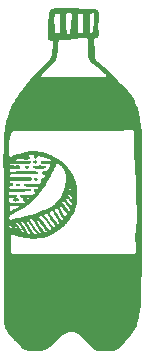
<source format=gbr>
%TF.GenerationSoftware,KiCad,Pcbnew,7.0.9*%
%TF.CreationDate,2023-12-02T23:29:04+01:00*%
%TF.ProjectId,bepis,62657069-732e-46b6-9963-61645f706362,rev?*%
%TF.SameCoordinates,Original*%
%TF.FileFunction,Legend,Top*%
%TF.FilePolarity,Positive*%
%FSLAX46Y46*%
G04 Gerber Fmt 4.6, Leading zero omitted, Abs format (unit mm)*
G04 Created by KiCad (PCBNEW 7.0.9) date 2023-12-02 23:29:04*
%MOMM*%
%LPD*%
G01*
G04 APERTURE LIST*
%ADD10C,0.000000*%
G04 APERTURE END LIST*
D10*
G36*
X147956710Y-63695164D02*
G01*
X147973507Y-63695890D01*
X147989983Y-63697396D01*
X148005927Y-63699905D01*
X148021128Y-63703643D01*
X148028384Y-63706043D01*
X148035374Y-63708835D01*
X148042073Y-63712047D01*
X148048453Y-63715706D01*
X148054489Y-63719842D01*
X148060154Y-63724482D01*
X148065422Y-63729655D01*
X148070265Y-63735388D01*
X148074658Y-63741710D01*
X148078575Y-63748649D01*
X148081988Y-63756233D01*
X148084871Y-63764490D01*
X148087198Y-63773448D01*
X148088943Y-63783136D01*
X148090078Y-63793581D01*
X148090578Y-63804812D01*
X148090477Y-63816139D01*
X148089840Y-63826862D01*
X148088684Y-63836996D01*
X148087025Y-63846557D01*
X148084880Y-63855558D01*
X148082267Y-63864016D01*
X148079202Y-63871944D01*
X148075702Y-63879359D01*
X148071784Y-63886274D01*
X148067466Y-63892705D01*
X148062764Y-63898667D01*
X148057695Y-63904174D01*
X148052276Y-63909242D01*
X148046524Y-63913885D01*
X148040456Y-63918119D01*
X148034089Y-63921957D01*
X148027439Y-63925416D01*
X148020525Y-63928510D01*
X148013362Y-63931254D01*
X148005968Y-63933663D01*
X147998359Y-63935752D01*
X147990554Y-63937536D01*
X147982567Y-63939029D01*
X147974418Y-63940247D01*
X147957696Y-63941916D01*
X147940523Y-63942663D01*
X147923036Y-63942607D01*
X147905370Y-63941867D01*
X147887723Y-63940571D01*
X147870292Y-63938699D01*
X147853202Y-63936154D01*
X147836581Y-63932839D01*
X147820558Y-63928655D01*
X147805259Y-63923506D01*
X147790811Y-63917293D01*
X147783947Y-63913758D01*
X147777344Y-63909919D01*
X147771017Y-63905766D01*
X147764983Y-63901286D01*
X147759257Y-63896467D01*
X147753856Y-63891297D01*
X147748796Y-63885763D01*
X147744092Y-63879854D01*
X147739760Y-63873556D01*
X147735817Y-63866858D01*
X147732278Y-63859748D01*
X147729159Y-63852213D01*
X147726476Y-63844242D01*
X147724245Y-63835821D01*
X147722482Y-63826939D01*
X147721203Y-63817584D01*
X147720424Y-63807744D01*
X147720161Y-63797405D01*
X147720450Y-63787199D01*
X147721302Y-63777745D01*
X147722691Y-63769012D01*
X147724596Y-63760971D01*
X147726992Y-63753592D01*
X147729855Y-63746845D01*
X147733162Y-63740700D01*
X147736888Y-63735128D01*
X147741011Y-63730099D01*
X147745506Y-63725582D01*
X147750349Y-63721548D01*
X147755518Y-63717967D01*
X147760987Y-63714809D01*
X147766734Y-63712045D01*
X147772735Y-63709645D01*
X147778966Y-63707578D01*
X147785403Y-63705815D01*
X147792022Y-63704326D01*
X147798800Y-63703081D01*
X147805713Y-63702050D01*
X147819849Y-63700513D01*
X147834240Y-63699475D01*
X147863027Y-63697941D01*
X147877043Y-63696968D01*
X147890555Y-63695540D01*
X147923004Y-63695146D01*
X147956710Y-63695164D01*
G37*
G36*
X149213868Y-63696928D02*
G01*
X149267666Y-63701384D01*
X149321984Y-63706535D01*
X149376650Y-63712554D01*
X149431490Y-63719615D01*
X149434125Y-63719792D01*
X149436817Y-63720310D01*
X149439556Y-63721154D01*
X149442334Y-63722307D01*
X149445142Y-63723753D01*
X149447971Y-63725475D01*
X149450812Y-63727459D01*
X149453656Y-63729686D01*
X149456495Y-63732141D01*
X149459320Y-63734808D01*
X149462121Y-63737670D01*
X149464891Y-63740712D01*
X149470300Y-63747266D01*
X149475475Y-63754342D01*
X149480347Y-63761808D01*
X149484844Y-63769535D01*
X149488896Y-63777391D01*
X149492433Y-63785248D01*
X149495384Y-63792974D01*
X149496618Y-63796748D01*
X149497679Y-63800440D01*
X149498558Y-63804035D01*
X149499246Y-63807516D01*
X149499735Y-63810866D01*
X149500016Y-63814070D01*
X149499982Y-63820647D01*
X149499221Y-63827794D01*
X149497787Y-63835386D01*
X149495734Y-63843298D01*
X149493117Y-63851406D01*
X149489989Y-63859584D01*
X149486406Y-63867707D01*
X149482422Y-63875652D01*
X149478090Y-63883293D01*
X149473465Y-63890505D01*
X149468601Y-63897164D01*
X149463553Y-63903144D01*
X149458375Y-63908321D01*
X149455754Y-63910570D01*
X149453121Y-63912571D01*
X149450482Y-63914309D01*
X149447845Y-63915768D01*
X149445216Y-63916932D01*
X149442602Y-63917787D01*
X149383996Y-63931844D01*
X149325080Y-63944027D01*
X149265897Y-63954336D01*
X149206492Y-63962771D01*
X149146910Y-63969331D01*
X149087195Y-63974017D01*
X149027391Y-63976828D01*
X148967542Y-63977765D01*
X148907694Y-63976828D01*
X148847890Y-63974017D01*
X148788174Y-63969331D01*
X148728592Y-63962771D01*
X148669188Y-63954336D01*
X148610005Y-63944027D01*
X148551088Y-63931844D01*
X148492482Y-63917787D01*
X148490036Y-63917584D01*
X148487565Y-63916988D01*
X148485076Y-63916018D01*
X148482577Y-63914694D01*
X148480076Y-63913035D01*
X148477579Y-63911060D01*
X148475094Y-63908789D01*
X148472629Y-63906240D01*
X148470191Y-63903434D01*
X148467788Y-63900390D01*
X148465427Y-63897126D01*
X148463116Y-63893663D01*
X148458671Y-63886214D01*
X148454514Y-63878198D01*
X148450704Y-63869770D01*
X148447301Y-63861084D01*
X148444364Y-63852296D01*
X148441954Y-63843558D01*
X148440130Y-63835027D01*
X148439457Y-63830887D01*
X148438952Y-63826857D01*
X148438623Y-63822955D01*
X148438479Y-63819202D01*
X148438525Y-63815616D01*
X148438770Y-63812217D01*
X148439219Y-63808866D01*
X148439866Y-63805418D01*
X148441722Y-63798286D01*
X148444272Y-63790921D01*
X148447451Y-63783423D01*
X148451196Y-63775892D01*
X148455439Y-63768429D01*
X148460116Y-63761134D01*
X148465163Y-63754108D01*
X148470513Y-63747451D01*
X148476102Y-63741263D01*
X148481865Y-63735645D01*
X148487737Y-63730697D01*
X148493651Y-63726519D01*
X148496605Y-63724750D01*
X148499544Y-63723212D01*
X148502462Y-63721917D01*
X148505350Y-63720877D01*
X148508200Y-63720104D01*
X148511004Y-63719613D01*
X148570845Y-63713844D01*
X148631012Y-63708879D01*
X148752930Y-63700401D01*
X148877975Y-63692269D01*
X149007361Y-63682574D01*
X149213868Y-63696928D01*
G37*
G36*
X147076942Y-65209878D02*
G01*
X147106608Y-65210720D01*
X147121028Y-65210891D01*
X147134908Y-65210543D01*
X147148561Y-65210122D01*
X147162350Y-65210304D01*
X147176149Y-65211169D01*
X147189834Y-65212800D01*
X147203280Y-65215277D01*
X147216363Y-65218682D01*
X147228957Y-65223096D01*
X147235032Y-65225707D01*
X147240938Y-65228601D01*
X147246659Y-65231788D01*
X147252181Y-65235278D01*
X147257487Y-65239081D01*
X147262561Y-65243208D01*
X147267389Y-65247669D01*
X147271954Y-65252473D01*
X147276241Y-65257632D01*
X147280235Y-65263154D01*
X147283919Y-65269052D01*
X147287279Y-65275333D01*
X147290298Y-65282010D01*
X147292961Y-65289091D01*
X147295252Y-65296588D01*
X147297156Y-65304509D01*
X147298657Y-65312867D01*
X147299740Y-65321669D01*
X147298745Y-65328865D01*
X147297404Y-65335928D01*
X147295728Y-65342850D01*
X147293726Y-65349623D01*
X147291407Y-65356241D01*
X147288782Y-65362695D01*
X147285859Y-65368977D01*
X147282649Y-65375080D01*
X147279160Y-65380996D01*
X147275403Y-65386717D01*
X147271387Y-65392235D01*
X147267121Y-65397544D01*
X147262616Y-65402634D01*
X147257880Y-65407498D01*
X147252923Y-65412129D01*
X147247756Y-65416518D01*
X147242386Y-65420659D01*
X147236825Y-65424542D01*
X147231081Y-65428161D01*
X147225165Y-65431508D01*
X147219084Y-65434575D01*
X147212851Y-65437353D01*
X147206473Y-65439837D01*
X147199960Y-65442017D01*
X147193322Y-65443886D01*
X147186569Y-65445436D01*
X147179710Y-65446660D01*
X147172754Y-65447549D01*
X147165712Y-65448097D01*
X147158593Y-65448295D01*
X147151406Y-65448135D01*
X147144160Y-65447610D01*
X147127431Y-65447248D01*
X147110679Y-65446108D01*
X147094058Y-65444106D01*
X147077719Y-65441156D01*
X147061814Y-65437176D01*
X147046495Y-65432080D01*
X147031914Y-65425786D01*
X147024948Y-65422162D01*
X147018223Y-65418208D01*
X147011758Y-65413911D01*
X147005573Y-65409263D01*
X146999687Y-65404251D01*
X146994117Y-65398866D01*
X146988885Y-65393097D01*
X146984007Y-65386934D01*
X146979504Y-65380366D01*
X146975395Y-65373382D01*
X146971697Y-65365973D01*
X146968431Y-65358127D01*
X146965616Y-65349834D01*
X146963269Y-65341083D01*
X146961412Y-65331865D01*
X146960061Y-65322168D01*
X146959237Y-65311982D01*
X146958958Y-65301296D01*
X146959257Y-65290781D01*
X146960140Y-65281090D01*
X146961581Y-65272190D01*
X146963555Y-65264049D01*
X146966038Y-65256634D01*
X146969005Y-65249911D01*
X146972431Y-65243849D01*
X146976292Y-65238413D01*
X146980562Y-65233572D01*
X146985217Y-65229291D01*
X146990233Y-65225539D01*
X146995583Y-65222283D01*
X147001245Y-65219489D01*
X147007192Y-65217125D01*
X147013400Y-65215158D01*
X147019845Y-65213554D01*
X147026501Y-65212282D01*
X147033345Y-65211307D01*
X147040350Y-65210598D01*
X147047493Y-65210121D01*
X147062091Y-65209732D01*
X147076942Y-65209878D01*
G37*
G36*
X148642128Y-63256146D02*
G01*
X148658352Y-63257115D01*
X148674706Y-63258887D01*
X148690996Y-63261608D01*
X148707025Y-63265425D01*
X148722598Y-63270485D01*
X148730153Y-63273527D01*
X148737520Y-63276934D01*
X148744676Y-63280726D01*
X148751596Y-63284919D01*
X148758255Y-63289533D01*
X148764630Y-63294586D01*
X148770695Y-63300095D01*
X148776426Y-63306081D01*
X148781800Y-63312560D01*
X148786790Y-63319551D01*
X148791374Y-63327072D01*
X148795526Y-63335143D01*
X148799223Y-63343780D01*
X148802439Y-63353002D01*
X148805151Y-63362828D01*
X148807333Y-63373276D01*
X148806601Y-63381576D01*
X148805422Y-63389778D01*
X148803805Y-63397869D01*
X148801760Y-63405832D01*
X148799294Y-63413650D01*
X148796416Y-63421308D01*
X148793135Y-63428790D01*
X148789459Y-63436080D01*
X148785397Y-63443163D01*
X148780957Y-63450021D01*
X148776148Y-63456639D01*
X148770978Y-63463002D01*
X148765457Y-63469093D01*
X148759592Y-63474896D01*
X148753393Y-63480395D01*
X148746867Y-63485575D01*
X148740067Y-63490390D01*
X148733052Y-63494802D01*
X148725838Y-63498808D01*
X148718445Y-63502403D01*
X148710889Y-63505585D01*
X148703189Y-63508349D01*
X148695362Y-63510691D01*
X148687425Y-63512608D01*
X148679397Y-63514097D01*
X148671295Y-63515152D01*
X148663137Y-63515771D01*
X148654940Y-63515949D01*
X148646723Y-63515683D01*
X148638503Y-63514970D01*
X148630298Y-63513804D01*
X148622125Y-63512183D01*
X148604784Y-63511762D01*
X148587579Y-63510458D01*
X148570645Y-63508216D01*
X148554119Y-63504978D01*
X148538134Y-63500687D01*
X148522829Y-63495287D01*
X148508337Y-63488720D01*
X148501438Y-63484981D01*
X148494794Y-63480929D01*
X148488421Y-63476557D01*
X148482337Y-63471858D01*
X148476558Y-63466825D01*
X148471100Y-63461450D01*
X148465983Y-63455726D01*
X148461221Y-63449647D01*
X148456832Y-63443204D01*
X148452833Y-63436392D01*
X148449241Y-63429203D01*
X148446073Y-63421629D01*
X148443346Y-63413665D01*
X148441077Y-63405301D01*
X148439282Y-63396532D01*
X148437979Y-63387351D01*
X148437185Y-63377749D01*
X148436917Y-63367721D01*
X148437158Y-63357799D01*
X148437871Y-63348506D01*
X148439039Y-63339822D01*
X148440646Y-63331725D01*
X148442675Y-63324193D01*
X148445109Y-63317206D01*
X148447931Y-63310742D01*
X148451126Y-63304779D01*
X148454676Y-63299297D01*
X148458564Y-63294273D01*
X148462775Y-63289687D01*
X148467292Y-63285517D01*
X148472097Y-63281741D01*
X148477175Y-63278339D01*
X148482508Y-63275289D01*
X148488081Y-63272570D01*
X148493876Y-63270160D01*
X148499876Y-63268038D01*
X148506066Y-63266182D01*
X148512429Y-63264571D01*
X148518948Y-63263185D01*
X148525605Y-63262001D01*
X148539273Y-63260154D01*
X148553298Y-63258861D01*
X148567549Y-63257951D01*
X148596193Y-63256594D01*
X148610853Y-63256032D01*
X148626230Y-63255834D01*
X148642128Y-63256146D01*
G37*
G36*
X146966772Y-66459137D02*
G01*
X146984890Y-66460699D01*
X146984884Y-66460699D01*
X147017600Y-66463470D01*
X147049014Y-66465503D01*
X147079038Y-66467797D01*
X147093502Y-66469353D01*
X147107586Y-66471349D01*
X147121280Y-66473909D01*
X147134572Y-66477158D01*
X147147451Y-66481221D01*
X147159907Y-66486223D01*
X147171929Y-66492289D01*
X147183507Y-66499542D01*
X147189125Y-66503654D01*
X147194628Y-66508109D01*
X147200014Y-66512924D01*
X147205282Y-66518113D01*
X147209465Y-66521335D01*
X147213444Y-66524762D01*
X147217214Y-66528384D01*
X147220769Y-66532192D01*
X147224105Y-66536175D01*
X147227214Y-66540324D01*
X147230092Y-66544627D01*
X147232732Y-66549076D01*
X147235131Y-66553660D01*
X147237281Y-66558370D01*
X147239177Y-66563195D01*
X147240813Y-66568125D01*
X147242185Y-66573151D01*
X147243286Y-66578262D01*
X147244112Y-66583448D01*
X147244655Y-66588700D01*
X147244910Y-66593973D01*
X147244877Y-66599225D01*
X147244560Y-66604444D01*
X147243963Y-66609619D01*
X147243090Y-66614740D01*
X147241944Y-66619797D01*
X147240530Y-66624778D01*
X147238852Y-66629672D01*
X147236914Y-66634469D01*
X147234720Y-66639158D01*
X147232273Y-66643729D01*
X147229578Y-66648170D01*
X147226638Y-66652471D01*
X147223459Y-66656621D01*
X147220043Y-66660610D01*
X147216394Y-66664426D01*
X147187490Y-66678505D01*
X147158028Y-66690972D01*
X147128075Y-66701823D01*
X147097696Y-66711055D01*
X147066956Y-66718663D01*
X147035921Y-66724643D01*
X147004657Y-66728991D01*
X146973228Y-66731705D01*
X146941700Y-66732778D01*
X146910140Y-66732209D01*
X146878611Y-66729992D01*
X146847181Y-66726124D01*
X146815913Y-66720601D01*
X146784875Y-66713419D01*
X146754130Y-66704573D01*
X146723745Y-66694061D01*
X146718572Y-66689857D01*
X146713815Y-66685582D01*
X146709464Y-66681243D01*
X146705512Y-66676846D01*
X146701951Y-66672395D01*
X146698772Y-66667897D01*
X146695968Y-66663358D01*
X146693530Y-66658784D01*
X146691450Y-66654179D01*
X146689720Y-66649551D01*
X146688332Y-66644904D01*
X146687278Y-66640245D01*
X146686549Y-66635578D01*
X146686138Y-66630911D01*
X146686036Y-66626249D01*
X146686235Y-66621597D01*
X146686727Y-66616962D01*
X146687504Y-66612348D01*
X146688558Y-66607763D01*
X146689881Y-66603210D01*
X146691464Y-66598698D01*
X146693299Y-66594230D01*
X146695378Y-66589813D01*
X146697694Y-66585453D01*
X146700237Y-66581156D01*
X146703001Y-66576926D01*
X146705975Y-66572771D01*
X146709154Y-66568695D01*
X146716088Y-66560805D01*
X146723739Y-66553304D01*
X146736827Y-66540677D01*
X146750537Y-66528893D01*
X146764829Y-66517968D01*
X146779663Y-66507917D01*
X146794996Y-66498752D01*
X146810788Y-66490490D01*
X146826997Y-66483145D01*
X146843583Y-66476731D01*
X146860505Y-66471263D01*
X146877720Y-66466756D01*
X146895189Y-66463223D01*
X146912870Y-66460681D01*
X146930721Y-66459143D01*
X146948702Y-66458623D01*
X146966772Y-66459137D01*
G37*
G36*
X148664725Y-64717891D02*
G01*
X148671828Y-64717883D01*
X148678891Y-64718230D01*
X148685900Y-64718929D01*
X148692845Y-64719975D01*
X148699712Y-64721361D01*
X148706490Y-64723085D01*
X148713166Y-64725140D01*
X148719728Y-64727522D01*
X148726163Y-64730227D01*
X148732461Y-64733250D01*
X148738608Y-64736585D01*
X148744591Y-64740228D01*
X148750400Y-64744174D01*
X148756022Y-64748418D01*
X148761444Y-64752956D01*
X148766655Y-64757783D01*
X148771616Y-64762867D01*
X148776293Y-64768169D01*
X148780683Y-64773679D01*
X148784779Y-64779384D01*
X148788576Y-64785272D01*
X148792070Y-64791331D01*
X148795255Y-64797548D01*
X148798127Y-64803912D01*
X148800679Y-64810410D01*
X148802907Y-64817031D01*
X148804807Y-64823762D01*
X148806372Y-64830592D01*
X148807597Y-64837507D01*
X148808478Y-64844496D01*
X148809010Y-64851547D01*
X148809187Y-64858648D01*
X148808983Y-64865616D01*
X148808378Y-64872285D01*
X148807386Y-64878661D01*
X148806018Y-64884748D01*
X148804286Y-64890551D01*
X148802204Y-64896076D01*
X148799781Y-64901327D01*
X148797032Y-64906311D01*
X148793969Y-64911031D01*
X148790603Y-64915493D01*
X148786946Y-64919702D01*
X148783012Y-64923663D01*
X148778811Y-64927381D01*
X148774357Y-64930862D01*
X148769661Y-64934110D01*
X148764737Y-64937130D01*
X148759595Y-64939928D01*
X148754248Y-64942508D01*
X148748709Y-64944877D01*
X148742989Y-64947038D01*
X148737101Y-64948997D01*
X148731057Y-64950758D01*
X148724870Y-64952328D01*
X148718550Y-64953711D01*
X148705566Y-64955937D01*
X148692202Y-64957477D01*
X148678555Y-64958371D01*
X148664725Y-64958660D01*
X148650853Y-64958347D01*
X148637096Y-64957372D01*
X148623566Y-64955681D01*
X148610378Y-64953219D01*
X148597646Y-64949933D01*
X148585484Y-64945767D01*
X148574006Y-64940669D01*
X148568558Y-64937752D01*
X148563324Y-64934582D01*
X148558319Y-64931152D01*
X148553555Y-64927454D01*
X148549048Y-64923483D01*
X148544811Y-64919230D01*
X148540859Y-64914690D01*
X148537206Y-64909856D01*
X148533867Y-64904721D01*
X148530855Y-64899277D01*
X148528185Y-64893519D01*
X148525871Y-64887439D01*
X148523927Y-64881031D01*
X148522368Y-64874289D01*
X148521208Y-64867204D01*
X148520461Y-64859770D01*
X148520141Y-64851982D01*
X148520262Y-64843831D01*
X148520986Y-64836923D01*
X148522043Y-64830131D01*
X148523423Y-64823461D01*
X148525118Y-64816922D01*
X148527119Y-64810521D01*
X148529418Y-64804266D01*
X148532005Y-64798164D01*
X148534871Y-64792223D01*
X148538009Y-64786451D01*
X148541409Y-64780855D01*
X148545062Y-64775443D01*
X148548959Y-64770223D01*
X148553093Y-64765202D01*
X148557453Y-64760389D01*
X148562032Y-64755790D01*
X148566820Y-64751413D01*
X148571808Y-64747267D01*
X148576988Y-64743358D01*
X148582352Y-64739695D01*
X148587889Y-64736284D01*
X148593592Y-64733135D01*
X148599451Y-64730254D01*
X148605459Y-64727649D01*
X148611605Y-64725327D01*
X148617881Y-64723297D01*
X148624279Y-64721566D01*
X148630790Y-64720142D01*
X148637404Y-64719032D01*
X148644114Y-64718245D01*
X148650910Y-64717787D01*
X148657783Y-64717666D01*
X148664725Y-64717891D01*
G37*
G36*
X151961431Y-50383922D02*
G01*
X152771892Y-50401256D01*
X153582003Y-50430918D01*
X153605886Y-50430099D01*
X153629633Y-50430655D01*
X153653194Y-50432562D01*
X153676513Y-50435800D01*
X153699539Y-50440346D01*
X153722218Y-50446179D01*
X153744497Y-50453275D01*
X153766323Y-50461613D01*
X153787643Y-50471172D01*
X153808403Y-50481928D01*
X153828551Y-50493861D01*
X153848034Y-50506947D01*
X153866798Y-50521166D01*
X153884790Y-50536494D01*
X153901958Y-50552910D01*
X153918247Y-50570392D01*
X153933501Y-50588786D01*
X153947585Y-50607913D01*
X153960484Y-50627720D01*
X153972184Y-50648149D01*
X153982669Y-50669147D01*
X153991925Y-50690656D01*
X153999936Y-50712623D01*
X154006687Y-50734991D01*
X154012164Y-50757704D01*
X154016351Y-50780708D01*
X154019232Y-50803947D01*
X154020794Y-50827365D01*
X154021021Y-50850906D01*
X154019898Y-50874516D01*
X154017410Y-50898139D01*
X154013542Y-50921719D01*
X153996436Y-51120827D01*
X153982893Y-51320161D01*
X153972913Y-51519672D01*
X153966498Y-51719314D01*
X153963648Y-51919037D01*
X153964364Y-52118795D01*
X153968647Y-52318539D01*
X153976498Y-52518223D01*
X153978277Y-52548898D01*
X153979274Y-52579668D01*
X153979230Y-52610324D01*
X153977884Y-52640658D01*
X153974975Y-52670460D01*
X153970243Y-52699522D01*
X153963427Y-52727634D01*
X153959157Y-52741269D01*
X153954268Y-52754588D01*
X153948727Y-52767565D01*
X153942504Y-52780174D01*
X153935564Y-52792389D01*
X153927875Y-52804184D01*
X153919404Y-52815533D01*
X153910120Y-52826410D01*
X153899990Y-52836788D01*
X153888980Y-52846641D01*
X153877059Y-52855943D01*
X153864194Y-52864669D01*
X153850352Y-52872792D01*
X153835501Y-52880286D01*
X153819608Y-52887124D01*
X153802640Y-52893281D01*
X153784566Y-52898731D01*
X153765352Y-52903448D01*
X153749829Y-52907310D01*
X153735192Y-52911599D01*
X153721415Y-52916307D01*
X153708472Y-52921426D01*
X153696338Y-52926950D01*
X153684987Y-52932871D01*
X153674392Y-52939181D01*
X153664529Y-52945873D01*
X153655370Y-52952939D01*
X153646892Y-52960372D01*
X153639068Y-52968165D01*
X153631871Y-52976309D01*
X153625277Y-52984798D01*
X153619259Y-52993625D01*
X153613792Y-53002780D01*
X153608850Y-53012258D01*
X153604408Y-53022051D01*
X153600439Y-53032151D01*
X153596917Y-53042551D01*
X153593817Y-53053243D01*
X153591113Y-53064220D01*
X153588780Y-53075474D01*
X153585121Y-53098785D01*
X153582635Y-53123116D01*
X153581114Y-53148408D01*
X153580352Y-53174600D01*
X153580144Y-53201633D01*
X153628299Y-53843379D01*
X153653069Y-54164252D01*
X153682006Y-54485125D01*
X153686501Y-54521077D01*
X153693082Y-54556473D01*
X153701698Y-54591236D01*
X153712301Y-54625287D01*
X153724841Y-54658549D01*
X153739269Y-54690944D01*
X153755535Y-54722393D01*
X153773590Y-54752818D01*
X153793383Y-54782141D01*
X153814867Y-54810285D01*
X153837991Y-54837171D01*
X153862706Y-54862720D01*
X153888963Y-54886856D01*
X153916712Y-54909499D01*
X153945903Y-54930573D01*
X153976487Y-54949997D01*
X154139134Y-55066191D01*
X154298110Y-55187135D01*
X154453315Y-55312740D01*
X154604647Y-55442916D01*
X154752005Y-55577574D01*
X154895289Y-55716624D01*
X155034397Y-55859976D01*
X155169229Y-56007541D01*
X155285976Y-56133959D01*
X155404155Y-56259076D01*
X155523636Y-56382977D01*
X155644289Y-56505749D01*
X155888590Y-56748255D01*
X156136017Y-56987289D01*
X156255498Y-57108454D01*
X156369964Y-57233773D01*
X156479329Y-57363085D01*
X156583505Y-57496227D01*
X156682406Y-57633038D01*
X156775944Y-57773357D01*
X156864034Y-57917022D01*
X156946587Y-58063870D01*
X157023517Y-58213741D01*
X157094737Y-58366472D01*
X157160161Y-58521902D01*
X157219701Y-58679870D01*
X157273270Y-58840213D01*
X157320782Y-59002770D01*
X157362149Y-59167379D01*
X157397285Y-59333878D01*
X157455924Y-59604945D01*
X157506645Y-59877427D01*
X157549429Y-60151150D01*
X157584255Y-60425940D01*
X157611105Y-60701623D01*
X157629959Y-60978027D01*
X157640798Y-61254977D01*
X157643603Y-61532300D01*
X157623930Y-62736609D01*
X157618864Y-63940876D01*
X157634580Y-66349105D01*
X157654809Y-68756640D01*
X157643610Y-71163130D01*
X157593605Y-75159924D01*
X157575478Y-75403351D01*
X157550576Y-75646035D01*
X157518922Y-75887835D01*
X157480541Y-76128612D01*
X157435458Y-76368225D01*
X157383695Y-76606532D01*
X157325279Y-76843395D01*
X157260232Y-77078673D01*
X157242411Y-77142083D01*
X157220455Y-77204565D01*
X157194745Y-77266190D01*
X157165659Y-77327028D01*
X157133579Y-77387150D01*
X157098883Y-77446626D01*
X157061951Y-77505527D01*
X157023164Y-77563924D01*
X156691641Y-78021389D01*
X156572309Y-78181918D01*
X156448256Y-78338653D01*
X156319576Y-78491495D01*
X156186362Y-78640340D01*
X156048707Y-78785090D01*
X155906705Y-78925642D01*
X155760449Y-79061895D01*
X155610031Y-79193749D01*
X155576606Y-79223698D01*
X155541816Y-79251694D01*
X155505748Y-79277706D01*
X155468489Y-79301704D01*
X155430124Y-79323658D01*
X155390741Y-79343538D01*
X155350426Y-79361313D01*
X155309266Y-79376952D01*
X155267348Y-79390427D01*
X155224757Y-79401705D01*
X155181580Y-79410757D01*
X155137904Y-79417554D01*
X155093816Y-79422063D01*
X155049402Y-79424255D01*
X155004749Y-79424100D01*
X154959943Y-79421568D01*
X154871116Y-79415987D01*
X154782226Y-79412001D01*
X154693294Y-79409609D01*
X154604341Y-79408812D01*
X154515388Y-79409608D01*
X154426456Y-79411999D01*
X154337568Y-79415984D01*
X154248743Y-79421562D01*
X154187040Y-79423626D01*
X154125672Y-79422198D01*
X154064774Y-79417333D01*
X154004479Y-79409084D01*
X153944919Y-79397506D01*
X153886227Y-79382653D01*
X153828539Y-79364580D01*
X153771985Y-79343340D01*
X153716700Y-79318989D01*
X153662817Y-79291580D01*
X153610468Y-79261168D01*
X153559788Y-79227807D01*
X153510909Y-79191551D01*
X153463965Y-79152455D01*
X153419089Y-79110574D01*
X153376414Y-79065960D01*
X153150344Y-78837229D01*
X152925894Y-78606645D01*
X152703066Y-78374207D01*
X152481860Y-78139917D01*
X152443664Y-78100521D01*
X152404788Y-78063254D01*
X152365249Y-78028128D01*
X152325063Y-77995156D01*
X152284244Y-77964350D01*
X152242809Y-77935723D01*
X152200773Y-77909287D01*
X152158151Y-77885055D01*
X152114960Y-77863040D01*
X152071214Y-77843254D01*
X152026931Y-77825709D01*
X151982124Y-77810419D01*
X151936809Y-77797395D01*
X151891003Y-77786651D01*
X151844721Y-77778198D01*
X151797979Y-77772050D01*
X151750791Y-77768218D01*
X151703174Y-77766717D01*
X151655144Y-77767557D01*
X151606715Y-77770751D01*
X151557903Y-77776313D01*
X151508725Y-77784255D01*
X151459196Y-77794588D01*
X151409330Y-77807327D01*
X151359145Y-77822482D01*
X151308655Y-77840068D01*
X151257876Y-77860096D01*
X151206824Y-77882579D01*
X151155514Y-77907529D01*
X151103962Y-77934959D01*
X151052183Y-77964882D01*
X151000193Y-77997311D01*
X150905330Y-78065181D01*
X150812765Y-78136005D01*
X150722563Y-78209722D01*
X150634794Y-78286273D01*
X150549522Y-78365598D01*
X150466815Y-78447635D01*
X150386740Y-78532325D01*
X150309364Y-78619608D01*
X150238978Y-78690371D01*
X150167085Y-78759550D01*
X150093711Y-78827121D01*
X150018883Y-78893062D01*
X149942629Y-78957348D01*
X149864977Y-79019955D01*
X149785952Y-79080861D01*
X149705583Y-79140042D01*
X149672432Y-79165637D01*
X149638371Y-79189800D01*
X149603448Y-79212514D01*
X149567710Y-79233760D01*
X149531205Y-79253520D01*
X149493980Y-79271779D01*
X149456082Y-79288517D01*
X149417559Y-79303717D01*
X149378458Y-79317362D01*
X149338826Y-79329435D01*
X149298711Y-79339916D01*
X149258160Y-79348790D01*
X149217221Y-79356038D01*
X149175940Y-79361643D01*
X149134365Y-79365587D01*
X149092544Y-79367852D01*
X148959194Y-79367852D01*
X148290621Y-79376967D01*
X148170596Y-79374668D01*
X148063346Y-79366972D01*
X148013563Y-79360544D01*
X147965836Y-79352098D01*
X147919785Y-79341412D01*
X147875030Y-79328263D01*
X147831193Y-79312428D01*
X147787892Y-79293684D01*
X147744750Y-79271808D01*
X147701387Y-79246579D01*
X147657422Y-79217772D01*
X147612477Y-79185166D01*
X147518128Y-79107661D01*
X147415304Y-79012284D01*
X147300968Y-78897250D01*
X147172085Y-78760779D01*
X147025619Y-78601087D01*
X146934697Y-78511347D01*
X146845119Y-78420296D01*
X146756899Y-78327949D01*
X146670051Y-78234320D01*
X146584588Y-78139425D01*
X146500524Y-78043278D01*
X146417873Y-77945895D01*
X146336649Y-77847291D01*
X146288613Y-77782258D01*
X146243390Y-77715524D01*
X146201012Y-77647180D01*
X146161511Y-77577321D01*
X146124919Y-77506038D01*
X146091270Y-77433424D01*
X146060593Y-77359573D01*
X146032923Y-77284578D01*
X146008291Y-77208530D01*
X145986728Y-77131524D01*
X145968268Y-77053651D01*
X145952943Y-76975005D01*
X145940784Y-76895678D01*
X145931823Y-76815763D01*
X145926094Y-76735354D01*
X145923627Y-76654543D01*
X145942149Y-69855549D01*
X145948491Y-68777782D01*
X146412538Y-68777782D01*
X146413322Y-68810975D01*
X146416119Y-68842217D01*
X146418329Y-68857117D01*
X146421109Y-68871539D01*
X146424481Y-68885489D01*
X146428469Y-68898970D01*
X146433095Y-68911985D01*
X146438380Y-68924539D01*
X146444348Y-68936636D01*
X146451020Y-68948278D01*
X146458420Y-68959470D01*
X146466569Y-68970215D01*
X146475490Y-68980517D01*
X146485205Y-68990380D01*
X146495736Y-68999807D01*
X146507107Y-69008803D01*
X146519339Y-69017371D01*
X146532455Y-69025515D01*
X146546477Y-69033238D01*
X146561427Y-69040545D01*
X146577328Y-69047438D01*
X146594203Y-69053922D01*
X146612073Y-69060000D01*
X146630961Y-69065677D01*
X146671881Y-69075839D01*
X146666339Y-69046544D01*
X146659213Y-69017763D01*
X146650542Y-68989552D01*
X146640363Y-68961965D01*
X146628714Y-68935059D01*
X146615634Y-68908890D01*
X146601161Y-68883511D01*
X146585331Y-68858980D01*
X146568184Y-68835351D01*
X146549757Y-68812679D01*
X146530089Y-68791021D01*
X146509216Y-68770431D01*
X146487177Y-68750966D01*
X146464010Y-68732679D01*
X146439754Y-68715628D01*
X146414445Y-68699867D01*
X146416293Y-68705424D01*
X146413588Y-68742608D01*
X146412538Y-68777782D01*
X145948491Y-68777782D01*
X145949505Y-68605407D01*
X146785248Y-68605407D01*
X146792853Y-68641745D01*
X146802548Y-68679385D01*
X146813917Y-68716428D01*
X146826927Y-68752822D01*
X146841547Y-68788516D01*
X146857746Y-68823459D01*
X146875493Y-68857599D01*
X146894757Y-68890885D01*
X146915506Y-68923266D01*
X146937709Y-68954691D01*
X146961335Y-68985108D01*
X146986353Y-69014466D01*
X147012732Y-69042715D01*
X147040440Y-69069802D01*
X147069445Y-69095677D01*
X147099718Y-69120288D01*
X147091274Y-69082201D01*
X147081178Y-69044661D01*
X147069460Y-69007715D01*
X147056149Y-68971412D01*
X147041276Y-68935800D01*
X147024869Y-68900929D01*
X147006959Y-68866845D01*
X146987575Y-68833599D01*
X146966747Y-68801237D01*
X146944504Y-68769809D01*
X146920877Y-68739363D01*
X146895895Y-68709948D01*
X146869587Y-68681612D01*
X146841983Y-68654403D01*
X146813114Y-68628369D01*
X146785248Y-68605407D01*
X145949505Y-68605407D01*
X145949789Y-68557180D01*
X145949786Y-68555404D01*
X147012664Y-68555404D01*
X147059991Y-68604948D01*
X147104353Y-68656141D01*
X147146214Y-68708680D01*
X147186037Y-68762260D01*
X147261426Y-68871330D01*
X147334232Y-68980922D01*
X147408167Y-69088603D01*
X147446718Y-69140968D01*
X147486943Y-69191944D01*
X147529305Y-69241226D01*
X147574269Y-69288513D01*
X147622299Y-69333498D01*
X147673859Y-69375880D01*
X147673859Y-69375877D01*
X147624537Y-69267794D01*
X147577156Y-69168411D01*
X147531527Y-69077487D01*
X147487463Y-68994781D01*
X147444778Y-68920052D01*
X147403284Y-68853057D01*
X147362793Y-68793556D01*
X147323120Y-68741306D01*
X147284075Y-68696067D01*
X147245473Y-68657597D01*
X147207126Y-68625655D01*
X147168847Y-68599999D01*
X147130448Y-68580387D01*
X147091743Y-68566578D01*
X147052544Y-68558331D01*
X147012664Y-68555404D01*
X145949786Y-68555404D01*
X145949623Y-68453542D01*
X147401603Y-68453542D01*
X147413613Y-68471008D01*
X147425242Y-68488722D01*
X147436486Y-68506677D01*
X147447341Y-68524867D01*
X147457803Y-68543286D01*
X147467869Y-68561928D01*
X147477535Y-68580785D01*
X147486797Y-68599853D01*
X147521871Y-68662015D01*
X147557640Y-68723482D01*
X147594103Y-68784254D01*
X147631259Y-68844332D01*
X147816467Y-69142518D01*
X147834294Y-69179712D01*
X147853138Y-69216374D01*
X147872986Y-69252484D01*
X147893826Y-69288021D01*
X147915646Y-69322965D01*
X147938434Y-69357295D01*
X147962176Y-69390991D01*
X147986862Y-69424033D01*
X147992551Y-69429359D01*
X147998498Y-69434237D01*
X148004689Y-69438686D01*
X148011109Y-69442724D01*
X148017745Y-69446370D01*
X148024583Y-69449643D01*
X148031608Y-69452561D01*
X148038808Y-69455142D01*
X148053673Y-69459372D01*
X148069067Y-69462482D01*
X148084879Y-69464620D01*
X148100997Y-69465937D01*
X148117311Y-69466580D01*
X148133709Y-69466700D01*
X148166312Y-69465966D01*
X148197915Y-69464927D01*
X148213064Y-69464667D01*
X148227630Y-69464779D01*
X148217077Y-69446369D01*
X148206159Y-69428181D01*
X148194878Y-69410221D01*
X148183239Y-69392494D01*
X148171245Y-69375005D01*
X148158901Y-69357760D01*
X148146208Y-69340763D01*
X148133172Y-69324021D01*
X148027602Y-69155481D01*
X147875735Y-68896188D01*
X147859067Y-68868407D01*
X147840790Y-68834198D01*
X147821973Y-68800291D01*
X147802619Y-68766693D01*
X147782733Y-68733411D01*
X147762317Y-68700451D01*
X147741377Y-68667819D01*
X147719916Y-68635521D01*
X147697937Y-68603564D01*
X147685147Y-68587758D01*
X147671150Y-68571745D01*
X147656041Y-68555754D01*
X147639914Y-68540013D01*
X147622865Y-68524749D01*
X147604989Y-68510191D01*
X147586380Y-68496566D01*
X147567133Y-68484102D01*
X147557300Y-68478377D01*
X147547344Y-68473028D01*
X147537276Y-68468083D01*
X147527107Y-68463570D01*
X147516851Y-68459519D01*
X147506518Y-68455957D01*
X147496120Y-68452914D01*
X147485670Y-68450417D01*
X147475180Y-68448496D01*
X147464660Y-68447178D01*
X147454124Y-68446492D01*
X147443582Y-68446467D01*
X147433048Y-68447131D01*
X147422531Y-68448512D01*
X147412046Y-68450640D01*
X147401603Y-68453542D01*
X145949623Y-68453542D01*
X145949474Y-68360935D01*
X147803502Y-68360935D01*
X147926454Y-68580736D01*
X148054375Y-68797651D01*
X148184250Y-69002194D01*
X148248977Y-69096863D01*
X148313060Y-69184881D01*
X148376124Y-69265065D01*
X148437790Y-69336228D01*
X148497682Y-69397184D01*
X148555423Y-69446749D01*
X148610635Y-69483736D01*
X148637175Y-69497142D01*
X148662941Y-69506960D01*
X148687887Y-69513040D01*
X148711965Y-69515235D01*
X148735128Y-69513396D01*
X148757329Y-69507375D01*
X148751767Y-69507375D01*
X148459312Y-69051647D01*
X148317273Y-68838932D01*
X148183177Y-68650786D01*
X148120316Y-68569318D01*
X148060889Y-68498062D01*
X148005380Y-68438374D01*
X147954271Y-68391611D01*
X147908046Y-68359129D01*
X147886916Y-68348667D01*
X147867188Y-68342284D01*
X147848922Y-68340150D01*
X147832178Y-68342434D01*
X147817018Y-68349306D01*
X147803502Y-68360935D01*
X145949474Y-68360935D01*
X145949382Y-68303473D01*
X148166831Y-68303473D01*
X148167161Y-68309511D01*
X148168035Y-68315550D01*
X148169417Y-68321587D01*
X148171268Y-68327617D01*
X148173552Y-68333635D01*
X148176232Y-68339635D01*
X148179270Y-68345614D01*
X148182628Y-68351566D01*
X148190159Y-68363372D01*
X148198525Y-68375016D01*
X148207428Y-68386459D01*
X148225652Y-68408590D01*
X148234377Y-68419202D01*
X148242444Y-68429461D01*
X148340888Y-68555726D01*
X148437558Y-68683326D01*
X148532440Y-68812242D01*
X148625522Y-68942455D01*
X148716790Y-69073945D01*
X148806231Y-69206695D01*
X148893830Y-69340684D01*
X148978264Y-69473824D01*
X148980569Y-69472702D01*
X148988298Y-69469401D01*
X149006634Y-69462521D01*
X149027705Y-69455380D01*
X149050187Y-69448109D01*
X149072755Y-69440838D01*
X149094085Y-69433697D01*
X149112855Y-69426817D01*
X149120866Y-69423516D01*
X149127740Y-69420328D01*
X148386907Y-68309077D01*
X148378702Y-68297300D01*
X148370060Y-68285706D01*
X148360979Y-68274474D01*
X148351456Y-68263788D01*
X148341488Y-68253830D01*
X148336336Y-68249180D01*
X148331072Y-68244779D01*
X148325695Y-68240652D01*
X148320206Y-68236820D01*
X148314603Y-68233306D01*
X148308887Y-68230133D01*
X148303057Y-68227323D01*
X148297112Y-68224900D01*
X148291053Y-68222885D01*
X148284879Y-68221303D01*
X148278589Y-68220174D01*
X148272184Y-68219523D01*
X148265663Y-68219372D01*
X148259026Y-68219743D01*
X148252272Y-68220660D01*
X148245401Y-68222144D01*
X148238412Y-68224220D01*
X148231306Y-68226909D01*
X148224082Y-68230234D01*
X148216740Y-68234218D01*
X148209278Y-68238883D01*
X148201698Y-68244253D01*
X148194530Y-68250009D01*
X148188279Y-68255815D01*
X148182908Y-68261665D01*
X148178381Y-68267555D01*
X148174659Y-68273481D01*
X148171706Y-68279437D01*
X148169484Y-68285419D01*
X148167955Y-68291422D01*
X148167084Y-68297442D01*
X148166831Y-68303473D01*
X145949382Y-68303473D01*
X145949072Y-68110807D01*
X146424088Y-68110807D01*
X146424789Y-68127171D01*
X146426654Y-68143500D01*
X146429692Y-68159731D01*
X146433912Y-68175802D01*
X146439320Y-68191649D01*
X146445927Y-68207209D01*
X146451900Y-68216972D01*
X146458009Y-68225795D01*
X146464248Y-68233718D01*
X146470612Y-68240778D01*
X146477095Y-68247014D01*
X146483692Y-68252462D01*
X146490397Y-68257162D01*
X146497206Y-68261151D01*
X146504113Y-68264467D01*
X146511111Y-68267149D01*
X146518197Y-68269233D01*
X146525364Y-68270759D01*
X146532606Y-68271763D01*
X146539920Y-68272285D01*
X146547298Y-68272362D01*
X146554736Y-68272032D01*
X146562229Y-68271333D01*
X146569770Y-68270303D01*
X146584978Y-68267402D01*
X146600315Y-68263633D01*
X146615740Y-68259299D01*
X146646675Y-68250155D01*
X146662100Y-68245952D01*
X146677437Y-68242400D01*
X147055542Y-68164935D01*
X147319443Y-68103497D01*
X148542487Y-68103497D01*
X148637312Y-68254606D01*
X148734177Y-68404386D01*
X148833067Y-68552816D01*
X148933969Y-68699877D01*
X149036868Y-68845548D01*
X149141749Y-68989808D01*
X149248599Y-69132637D01*
X149357402Y-69274014D01*
X149362340Y-69279879D01*
X149367430Y-69285323D01*
X149372672Y-69290345D01*
X149378068Y-69294947D01*
X149383617Y-69299130D01*
X149389319Y-69302895D01*
X149395176Y-69306243D01*
X149401187Y-69309175D01*
X149407352Y-69311691D01*
X149413672Y-69313794D01*
X149420148Y-69315483D01*
X149426780Y-69316760D01*
X149433567Y-69317627D01*
X149440511Y-69318083D01*
X149447611Y-69318130D01*
X149454868Y-69317770D01*
X149462283Y-69317002D01*
X149469856Y-69315829D01*
X149477586Y-69314250D01*
X149485475Y-69312268D01*
X149493522Y-69309882D01*
X149501729Y-69307095D01*
X149510095Y-69303907D01*
X149518620Y-69300320D01*
X149527306Y-69296333D01*
X149536152Y-69291949D01*
X149545159Y-69287167D01*
X149554326Y-69281991D01*
X149573146Y-69270453D01*
X149592615Y-69257346D01*
X149529564Y-69191570D01*
X149468727Y-69124246D01*
X149409844Y-69055559D01*
X149352654Y-68985698D01*
X149242310Y-68843200D01*
X149135613Y-68698249D01*
X148924823Y-68406980D01*
X148816564Y-68263657D01*
X148760807Y-68193229D01*
X148703617Y-68123872D01*
X148702992Y-68122379D01*
X148702153Y-68121018D01*
X148701094Y-68119783D01*
X148699808Y-68118666D01*
X148698287Y-68117659D01*
X148696524Y-68116753D01*
X148694512Y-68115942D01*
X148692244Y-68115218D01*
X148689713Y-68114572D01*
X148686912Y-68113997D01*
X148683833Y-68113485D01*
X148680470Y-68113029D01*
X148672861Y-68112250D01*
X148664029Y-68111599D01*
X148615325Y-68109023D01*
X148599520Y-68108074D01*
X148582151Y-68106879D01*
X148563158Y-68105373D01*
X148542487Y-68103497D01*
X147319443Y-68103497D01*
X147431248Y-68077468D01*
X147522189Y-68053726D01*
X148960064Y-68053726D01*
X148960363Y-68059740D01*
X148961015Y-68065792D01*
X148962009Y-68071876D01*
X148963333Y-68077986D01*
X148964976Y-68084117D01*
X148966926Y-68090263D01*
X148969174Y-68096418D01*
X148971707Y-68102577D01*
X148974515Y-68108733D01*
X148980908Y-68121015D01*
X148988264Y-68133219D01*
X148996494Y-68145298D01*
X149005508Y-68157206D01*
X149343978Y-68589203D01*
X149685224Y-69018423D01*
X149692077Y-69026986D01*
X149699149Y-69035350D01*
X149706435Y-69043513D01*
X149713931Y-69051471D01*
X149721632Y-69059219D01*
X149729533Y-69066754D01*
X149737630Y-69074072D01*
X149745919Y-69081169D01*
X149754395Y-69088042D01*
X149763053Y-69094686D01*
X149771889Y-69101099D01*
X149780899Y-69107276D01*
X149790077Y-69113213D01*
X149799420Y-69118907D01*
X149808922Y-69124354D01*
X149818580Y-69129550D01*
X149823649Y-69132710D01*
X149828882Y-69135475D01*
X149834258Y-69137845D01*
X149839754Y-69139818D01*
X149845349Y-69141395D01*
X149851022Y-69142574D01*
X149856751Y-69143355D01*
X149862515Y-69143737D01*
X149868291Y-69143719D01*
X149874058Y-69143301D01*
X149879795Y-69142482D01*
X149885480Y-69141262D01*
X149891091Y-69139639D01*
X149896607Y-69137613D01*
X149902007Y-69135183D01*
X149907267Y-69132349D01*
X149909825Y-69130790D01*
X149912313Y-69129148D01*
X149914729Y-69127426D01*
X149917073Y-69125627D01*
X149919343Y-69123753D01*
X149921538Y-69121807D01*
X149923657Y-69119791D01*
X149925699Y-69117707D01*
X149927661Y-69115557D01*
X149929544Y-69113345D01*
X149931346Y-69111073D01*
X149933065Y-69108742D01*
X149934700Y-69106355D01*
X149936251Y-69103916D01*
X149937715Y-69101425D01*
X149939092Y-69098886D01*
X149940380Y-69096300D01*
X149941578Y-69093671D01*
X149942685Y-69091001D01*
X149943699Y-69088292D01*
X149944620Y-69085546D01*
X149945446Y-69082766D01*
X149946176Y-69079954D01*
X149946809Y-69077113D01*
X149947342Y-69074245D01*
X149947776Y-69071353D01*
X149948109Y-69068438D01*
X149948339Y-69065503D01*
X149948466Y-69062552D01*
X149948487Y-69059585D01*
X149948403Y-69056605D01*
X149948211Y-69053616D01*
X149948217Y-69053616D01*
X149948217Y-69009165D01*
X149583358Y-68488498D01*
X149397629Y-68229119D01*
X149303179Y-68100200D01*
X149207384Y-67971997D01*
X149203094Y-67966478D01*
X149198565Y-67961376D01*
X149193808Y-67956684D01*
X149188835Y-67952398D01*
X149183655Y-67948511D01*
X149178279Y-67945016D01*
X149172720Y-67941908D01*
X149166986Y-67939180D01*
X149161090Y-67936827D01*
X149155042Y-67934842D01*
X149148853Y-67933219D01*
X149142533Y-67931953D01*
X149136094Y-67931036D01*
X149129547Y-67930463D01*
X149122902Y-67930228D01*
X149116170Y-67930325D01*
X149109362Y-67930747D01*
X149102489Y-67931488D01*
X149095562Y-67932543D01*
X149088591Y-67933906D01*
X149081588Y-67935569D01*
X149074563Y-67937528D01*
X149067528Y-67939775D01*
X149060492Y-67942305D01*
X149046464Y-67948190D01*
X149032566Y-67955133D01*
X149018885Y-67963085D01*
X149005508Y-67971997D01*
X148999173Y-67976749D01*
X148993360Y-67981626D01*
X148988056Y-67986621D01*
X148983250Y-67991730D01*
X148978931Y-67996945D01*
X148975088Y-68002262D01*
X148971709Y-68007675D01*
X148968784Y-68013177D01*
X148966301Y-68018764D01*
X148964249Y-68024428D01*
X148962617Y-68030166D01*
X148961394Y-68035970D01*
X148960568Y-68041835D01*
X148960128Y-68047756D01*
X148960064Y-68053726D01*
X147522189Y-68053726D01*
X147804358Y-67980060D01*
X148174676Y-67872771D01*
X148248957Y-67849089D01*
X149380484Y-67849089D01*
X149719483Y-68315098D01*
X149888544Y-68545393D01*
X150059343Y-68773953D01*
X150068041Y-68786082D01*
X150076833Y-68799274D01*
X150095083Y-68827200D01*
X150104730Y-68841109D01*
X150114851Y-68854431D01*
X150125543Y-68866756D01*
X150131132Y-68872414D01*
X150136899Y-68877669D01*
X150142856Y-68882468D01*
X150149015Y-68886759D01*
X150155388Y-68890492D01*
X150161986Y-68893614D01*
X150168821Y-68896075D01*
X150175906Y-68897821D01*
X150183252Y-68898803D01*
X150190870Y-68898968D01*
X150198774Y-68898265D01*
X150206975Y-68896642D01*
X150215484Y-68894048D01*
X150224313Y-68890431D01*
X150233475Y-68885740D01*
X150242981Y-68879923D01*
X150252843Y-68872929D01*
X150263073Y-68864705D01*
X150272849Y-68856021D01*
X150281378Y-68847670D01*
X150288715Y-68839637D01*
X150294914Y-68831907D01*
X150300030Y-68824466D01*
X150304119Y-68817300D01*
X150307235Y-68810393D01*
X150309434Y-68803732D01*
X150310770Y-68797301D01*
X150311298Y-68791086D01*
X150311073Y-68785073D01*
X150310150Y-68779246D01*
X150308584Y-68773592D01*
X150306431Y-68768095D01*
X150303744Y-68762742D01*
X150300579Y-68757517D01*
X150296990Y-68752406D01*
X150293034Y-68747394D01*
X150284236Y-68737610D01*
X150274623Y-68728049D01*
X150264637Y-68718594D01*
X150254716Y-68709127D01*
X150245299Y-68699533D01*
X150240917Y-68694652D01*
X150236826Y-68689695D01*
X150233081Y-68684648D01*
X150229737Y-68679497D01*
X150165149Y-68577169D01*
X150099541Y-68475536D01*
X149967436Y-68272965D01*
X149902024Y-68171332D01*
X149837762Y-68069005D01*
X149775192Y-67965635D01*
X149714859Y-67860877D01*
X149703809Y-67842332D01*
X149692882Y-67825550D01*
X149682068Y-67810474D01*
X149671359Y-67797044D01*
X149660746Y-67785202D01*
X149650221Y-67774887D01*
X149639776Y-67766041D01*
X149629401Y-67758606D01*
X149619089Y-67752521D01*
X149608830Y-67747729D01*
X149598617Y-67744170D01*
X149588441Y-67741785D01*
X149578294Y-67740515D01*
X149568166Y-67740300D01*
X149558050Y-67741083D01*
X149547938Y-67742804D01*
X149537819Y-67745404D01*
X149527687Y-67748824D01*
X149517532Y-67753006D01*
X149507347Y-67757889D01*
X149497122Y-67763415D01*
X149486849Y-67769525D01*
X149466127Y-67783261D01*
X149445111Y-67798624D01*
X149423734Y-67815144D01*
X149380484Y-67849089D01*
X148248957Y-67849089D01*
X148542006Y-67755660D01*
X148781553Y-67672199D01*
X149861988Y-67672199D01*
X149862284Y-67678417D01*
X149862892Y-67684681D01*
X149863809Y-67690982D01*
X149865038Y-67697314D01*
X149866578Y-67703671D01*
X149868430Y-67710046D01*
X149870594Y-67716431D01*
X149873070Y-67722820D01*
X149875859Y-67729207D01*
X149878961Y-67735584D01*
X149882376Y-67741945D01*
X149886105Y-67748283D01*
X149890148Y-67754591D01*
X149894505Y-67760863D01*
X150472354Y-68592449D01*
X150482715Y-68618869D01*
X150487527Y-68632394D01*
X150489594Y-68639017D01*
X150491340Y-68645463D01*
X150492696Y-68651671D01*
X150493591Y-68657577D01*
X150493953Y-68663120D01*
X150493913Y-68665736D01*
X150493714Y-68668237D01*
X150493346Y-68670617D01*
X150492801Y-68672866D01*
X150492070Y-68674978D01*
X150491832Y-68675484D01*
X150512623Y-68668805D01*
X150532721Y-68661742D01*
X150551170Y-68654614D01*
X150567969Y-68647432D01*
X150583119Y-68640206D01*
X150596619Y-68632948D01*
X150608469Y-68625668D01*
X150618670Y-68618378D01*
X150627222Y-68611087D01*
X150634124Y-68603807D01*
X150639376Y-68596549D01*
X150641384Y-68592931D01*
X150642979Y-68589323D01*
X150644162Y-68585726D01*
X150644932Y-68582141D01*
X150645290Y-68578570D01*
X150645236Y-68575013D01*
X150644769Y-68571473D01*
X150643890Y-68567951D01*
X150642598Y-68564447D01*
X150640894Y-68560964D01*
X150504216Y-68309689D01*
X150369794Y-68059281D01*
X150234331Y-67810610D01*
X150165178Y-67687196D01*
X150094527Y-67564542D01*
X150090248Y-67557604D01*
X150085753Y-67551359D01*
X150081054Y-67545787D01*
X150076163Y-67540863D01*
X150071091Y-67536566D01*
X150065850Y-67532873D01*
X150060453Y-67529762D01*
X150054911Y-67527211D01*
X150049236Y-67525197D01*
X150043440Y-67523698D01*
X150037535Y-67522691D01*
X150031532Y-67522154D01*
X150025444Y-67522065D01*
X150019282Y-67522401D01*
X150013059Y-67523140D01*
X150006786Y-67524260D01*
X150000474Y-67525737D01*
X149994137Y-67527551D01*
X149987785Y-67529677D01*
X149981431Y-67532095D01*
X149968764Y-67537714D01*
X149956229Y-67544228D01*
X149943922Y-67551458D01*
X149931938Y-67559225D01*
X149920372Y-67567350D01*
X149909319Y-67575654D01*
X149904089Y-67579907D01*
X149899162Y-67584327D01*
X149894540Y-67588906D01*
X149890223Y-67593639D01*
X149886212Y-67598519D01*
X149882505Y-67603538D01*
X149879105Y-67608690D01*
X149876011Y-67613968D01*
X149873223Y-67619366D01*
X149870743Y-67624876D01*
X149868570Y-67630493D01*
X149866704Y-67636208D01*
X149865146Y-67642015D01*
X149863896Y-67647908D01*
X149862955Y-67653880D01*
X149862323Y-67659923D01*
X149862001Y-67666032D01*
X149861988Y-67672199D01*
X148781553Y-67672199D01*
X148906152Y-67628787D01*
X149266916Y-67492212D01*
X149432643Y-67424370D01*
X150247224Y-67424370D01*
X150247938Y-67433043D01*
X150249469Y-67442172D01*
X150251843Y-67451772D01*
X150255087Y-67461857D01*
X150259228Y-67472443D01*
X150264293Y-67483545D01*
X150270308Y-67495176D01*
X150277301Y-67507354D01*
X150285297Y-67520091D01*
X150511020Y-67875690D01*
X150735353Y-68231290D01*
X150743127Y-68243068D01*
X150751189Y-68254669D01*
X150759566Y-68265917D01*
X150768285Y-68276637D01*
X150777373Y-68286651D01*
X150786856Y-68295783D01*
X150791755Y-68299964D01*
X150796763Y-68303858D01*
X150801884Y-68307443D01*
X150807121Y-68310697D01*
X150812477Y-68313599D01*
X150817956Y-68316127D01*
X150823561Y-68318257D01*
X150829295Y-68319969D01*
X150835163Y-68321239D01*
X150841166Y-68322047D01*
X150847310Y-68322370D01*
X150853597Y-68322186D01*
X150860030Y-68321473D01*
X150866613Y-68320208D01*
X150873349Y-68318371D01*
X150880242Y-68315939D01*
X150887295Y-68312889D01*
X150894512Y-68309200D01*
X150901895Y-68304850D01*
X150909449Y-68299816D01*
X150913727Y-68295902D01*
X150917778Y-68291826D01*
X150921599Y-68287599D01*
X150925189Y-68283228D01*
X150928547Y-68278723D01*
X150931673Y-68274093D01*
X150934566Y-68269346D01*
X150937223Y-68264491D01*
X150939645Y-68259537D01*
X150941831Y-68254494D01*
X150943778Y-68249369D01*
X150945487Y-68244172D01*
X150946957Y-68238912D01*
X150948185Y-68233597D01*
X150949172Y-68228236D01*
X150949916Y-68222838D01*
X150950416Y-68217413D01*
X150950671Y-68211968D01*
X150950681Y-68206513D01*
X150950443Y-68201056D01*
X150949958Y-68195607D01*
X150949224Y-68190174D01*
X150948240Y-68184766D01*
X150947005Y-68179392D01*
X150945518Y-68174061D01*
X150943779Y-68168782D01*
X150941785Y-68163563D01*
X150939536Y-68158413D01*
X150937031Y-68153342D01*
X150934269Y-68148358D01*
X150931250Y-68143469D01*
X150927971Y-68138686D01*
X150821735Y-67944536D01*
X150714286Y-67750907D01*
X150496438Y-67364517D01*
X150487957Y-67351660D01*
X150483543Y-67345153D01*
X150478956Y-67338761D01*
X150474152Y-67332606D01*
X150469087Y-67326816D01*
X150463718Y-67321514D01*
X150460907Y-67319085D01*
X150458003Y-67316825D01*
X150455001Y-67314749D01*
X150451896Y-67312874D01*
X150448683Y-67311214D01*
X150445356Y-67309785D01*
X150441910Y-67308604D01*
X150438339Y-67307685D01*
X150434637Y-67307043D01*
X150430800Y-67306696D01*
X150426822Y-67306658D01*
X150422697Y-67306945D01*
X150418421Y-67307572D01*
X150413987Y-67308555D01*
X150409390Y-67309910D01*
X150404626Y-67311653D01*
X150399687Y-67313798D01*
X150394570Y-67316361D01*
X150373422Y-67321091D01*
X150353184Y-67326331D01*
X150334069Y-67332200D01*
X150316291Y-67338818D01*
X150300065Y-67346304D01*
X150292601Y-67350410D01*
X150285605Y-67354778D01*
X150279105Y-67359423D01*
X150273126Y-67364359D01*
X150267696Y-67369601D01*
X150262842Y-67375166D01*
X150258590Y-67381066D01*
X150254966Y-67387318D01*
X150251999Y-67393936D01*
X150249715Y-67400936D01*
X150248139Y-67408331D01*
X150247300Y-67416138D01*
X150247224Y-67424370D01*
X149432643Y-67424370D01*
X149624102Y-67345995D01*
X149706419Y-67306986D01*
X149787651Y-67264012D01*
X149867692Y-67217197D01*
X149946433Y-67166668D01*
X150023768Y-67112549D01*
X150099589Y-67054967D01*
X150122139Y-67036452D01*
X150672789Y-67036452D01*
X150688025Y-67096725D01*
X150705344Y-67158070D01*
X150724324Y-67218846D01*
X150744950Y-67279020D01*
X150767205Y-67338560D01*
X150791074Y-67397433D01*
X150816540Y-67455607D01*
X150843589Y-67513050D01*
X150872204Y-67569728D01*
X150902369Y-67625611D01*
X150934069Y-67680664D01*
X150967287Y-67734856D01*
X151002009Y-67788155D01*
X151038217Y-67840527D01*
X151075897Y-67891941D01*
X151115033Y-67942364D01*
X151118353Y-67946800D01*
X151121713Y-67950744D01*
X151125110Y-67954214D01*
X151128540Y-67957227D01*
X151132000Y-67959803D01*
X151135487Y-67961958D01*
X151138996Y-67963712D01*
X151142525Y-67965081D01*
X151146071Y-67966083D01*
X151149629Y-67966738D01*
X151153197Y-67967062D01*
X151156771Y-67967074D01*
X151160347Y-67966791D01*
X151163923Y-67966232D01*
X151167495Y-67965415D01*
X151171059Y-67964357D01*
X151174613Y-67963077D01*
X151178152Y-67961592D01*
X151181674Y-67959921D01*
X151185174Y-67958081D01*
X151192099Y-67953967D01*
X151198898Y-67949395D01*
X151205546Y-67944508D01*
X151212014Y-67939450D01*
X151224305Y-67929397D01*
X151228968Y-67926475D01*
X151233457Y-67923338D01*
X151237768Y-67919992D01*
X151241894Y-67916447D01*
X151245829Y-67912709D01*
X151249567Y-67908788D01*
X151253102Y-67904691D01*
X151256428Y-67900427D01*
X151259540Y-67896004D01*
X151262430Y-67891429D01*
X151265093Y-67886711D01*
X151267524Y-67881859D01*
X151269715Y-67876879D01*
X151271662Y-67871781D01*
X151273357Y-67866572D01*
X151274795Y-67861260D01*
X151275965Y-67855883D01*
X151276859Y-67850479D01*
X151277479Y-67845057D01*
X151277827Y-67839627D01*
X151277904Y-67834200D01*
X151277712Y-67828786D01*
X151277252Y-67823394D01*
X151276527Y-67818034D01*
X151275538Y-67812717D01*
X151274286Y-67807452D01*
X151272773Y-67802250D01*
X151271000Y-67797120D01*
X151268970Y-67792073D01*
X151266684Y-67787118D01*
X151264143Y-67782265D01*
X151261349Y-67777525D01*
X151002749Y-67379101D01*
X150968352Y-67330685D01*
X150932510Y-67283347D01*
X150894926Y-67237316D01*
X150855304Y-67192823D01*
X150813349Y-67150099D01*
X150768765Y-67109374D01*
X150721257Y-67070880D01*
X150672789Y-67036452D01*
X150122139Y-67036452D01*
X150173788Y-66994046D01*
X150246257Y-66929912D01*
X150316890Y-66862691D01*
X150385579Y-66792508D01*
X150423026Y-66751475D01*
X150892781Y-66751475D01*
X151136098Y-67123975D01*
X151258711Y-67309096D01*
X151383582Y-67492308D01*
X151389356Y-67497484D01*
X151395405Y-67502245D01*
X151401708Y-67506583D01*
X151408240Y-67510494D01*
X151414982Y-67513971D01*
X151421909Y-67517009D01*
X151429001Y-67519602D01*
X151436235Y-67521744D01*
X151443588Y-67523429D01*
X151451039Y-67524651D01*
X151458566Y-67525405D01*
X151466146Y-67525684D01*
X151473757Y-67525483D01*
X151481377Y-67524797D01*
X151488984Y-67523619D01*
X151496556Y-67521943D01*
X151501630Y-67519806D01*
X151506546Y-67517397D01*
X151511294Y-67514726D01*
X151515866Y-67511803D01*
X151520253Y-67508637D01*
X151524446Y-67505237D01*
X151528437Y-67501613D01*
X151532216Y-67497775D01*
X151535774Y-67493731D01*
X151539104Y-67489492D01*
X151542195Y-67485066D01*
X151545040Y-67480464D01*
X151547628Y-67475695D01*
X151549953Y-67470768D01*
X151552003Y-67465692D01*
X151553772Y-67460478D01*
X151555240Y-67455172D01*
X151556397Y-67449821D01*
X151557245Y-67444440D01*
X151557785Y-67439040D01*
X151558019Y-67433635D01*
X151557950Y-67428237D01*
X151557579Y-67422859D01*
X151556909Y-67417515D01*
X151555942Y-67412216D01*
X151554678Y-67406975D01*
X151553122Y-67401806D01*
X151551273Y-67396721D01*
X151549135Y-67391733D01*
X151546710Y-67386855D01*
X151543999Y-67382100D01*
X151541004Y-67377480D01*
X151512073Y-67329219D01*
X151482282Y-67281524D01*
X151451639Y-67234404D01*
X151420155Y-67187871D01*
X151387836Y-67141936D01*
X151354693Y-67096610D01*
X151320734Y-67051904D01*
X151285968Y-67007828D01*
X151250403Y-66964394D01*
X151214048Y-66921613D01*
X151176912Y-66879496D01*
X151139005Y-66838053D01*
X151100334Y-66797295D01*
X151060908Y-66757235D01*
X151020737Y-66717881D01*
X150980685Y-66680055D01*
X150892781Y-66751475D01*
X150423026Y-66751475D01*
X150452216Y-66719489D01*
X150516694Y-66643758D01*
X150578906Y-66565442D01*
X150638743Y-66484666D01*
X150673117Y-66434856D01*
X151198776Y-66434856D01*
X151201999Y-66454319D01*
X151208514Y-66476796D01*
X151218070Y-66501967D01*
X151245313Y-66559118D01*
X151281737Y-66623225D01*
X151325350Y-66691740D01*
X151374162Y-66762117D01*
X151426180Y-66831808D01*
X151479414Y-66898265D01*
X151531871Y-66958940D01*
X151581562Y-67011287D01*
X151626494Y-67052757D01*
X151646553Y-67068617D01*
X151664675Y-67080803D01*
X151680613Y-67088995D01*
X151694116Y-67092877D01*
X151704936Y-67092129D01*
X151712824Y-67086432D01*
X151717531Y-67075469D01*
X151718808Y-67058921D01*
X151738725Y-67056410D01*
X151753194Y-67049440D01*
X151762528Y-67038342D01*
X151767042Y-67023443D01*
X151767049Y-67005071D01*
X151762865Y-66983554D01*
X151754802Y-66959222D01*
X151743174Y-66932401D01*
X151728297Y-66903421D01*
X151710484Y-66872610D01*
X151667304Y-66806807D01*
X151616149Y-66737618D01*
X151559529Y-66667670D01*
X151499958Y-66599587D01*
X151439947Y-66535998D01*
X151382009Y-66479528D01*
X151328656Y-66432802D01*
X151282400Y-66398448D01*
X151262719Y-66386731D01*
X151245754Y-66379092D01*
X151231820Y-66375858D01*
X151221230Y-66377359D01*
X151214298Y-66383922D01*
X151211339Y-66395876D01*
X151211339Y-66397726D01*
X151203197Y-66406241D01*
X151199092Y-66418723D01*
X151198776Y-66434856D01*
X150673117Y-66434856D01*
X150696098Y-66401556D01*
X150750864Y-66316236D01*
X150802933Y-66228833D01*
X150852198Y-66139472D01*
X150898552Y-66048278D01*
X150937705Y-65964340D01*
X151352099Y-65964340D01*
X151360097Y-66013464D01*
X151370732Y-66061810D01*
X151383943Y-66109285D01*
X151399674Y-66155797D01*
X151417862Y-66201254D01*
X151438451Y-66245562D01*
X151461380Y-66288630D01*
X151486589Y-66330364D01*
X151514020Y-66370673D01*
X151543614Y-66409465D01*
X151575310Y-66446646D01*
X151609051Y-66482124D01*
X151644775Y-66515808D01*
X151682425Y-66547603D01*
X151721940Y-66577419D01*
X151763262Y-66605162D01*
X151766964Y-66607013D01*
X151759639Y-66560789D01*
X151749517Y-66516423D01*
X151736666Y-66473691D01*
X151721153Y-66432367D01*
X151703047Y-66392226D01*
X151682415Y-66353042D01*
X151659325Y-66314591D01*
X151633845Y-66276647D01*
X151606043Y-66238985D01*
X151575986Y-66201381D01*
X151543743Y-66163608D01*
X151509380Y-66125441D01*
X151472967Y-66086657D01*
X151434571Y-66047028D01*
X151352099Y-65964340D01*
X150937705Y-65964340D01*
X150941886Y-65955377D01*
X150982093Y-65860894D01*
X151019066Y-65764955D01*
X151052698Y-65667685D01*
X151054342Y-65662319D01*
X151463371Y-65662319D01*
X151463662Y-65678433D01*
X151465129Y-65693725D01*
X151467708Y-65708232D01*
X151471337Y-65721997D01*
X151475953Y-65735058D01*
X151481494Y-65747456D01*
X151487896Y-65759230D01*
X151495097Y-65770421D01*
X151503035Y-65781069D01*
X151511646Y-65791214D01*
X151520868Y-65800895D01*
X151530638Y-65810153D01*
X151540893Y-65819028D01*
X151562608Y-65835788D01*
X151585511Y-65851495D01*
X151609101Y-65866470D01*
X151656332Y-65895503D01*
X151678970Y-65910201D01*
X151700286Y-65925447D01*
X151702140Y-65927299D01*
X151697975Y-65900128D01*
X151692388Y-65873356D01*
X151685410Y-65847034D01*
X151677071Y-65821209D01*
X151667400Y-65795932D01*
X151656427Y-65771250D01*
X151644184Y-65747214D01*
X151630699Y-65723871D01*
X151616003Y-65701272D01*
X151600126Y-65679464D01*
X151583097Y-65658497D01*
X151564948Y-65638421D01*
X151545708Y-65619283D01*
X151525407Y-65601133D01*
X151504075Y-65584021D01*
X151481742Y-65567994D01*
X151475215Y-65588826D01*
X151470177Y-65608634D01*
X151466566Y-65627459D01*
X151464318Y-65645341D01*
X151463371Y-65662319D01*
X151054342Y-65662319D01*
X151082880Y-65569210D01*
X151109505Y-65469656D01*
X151132466Y-65369147D01*
X151151655Y-65267809D01*
X151166965Y-65165767D01*
X151178288Y-65063148D01*
X151185517Y-64960077D01*
X151188544Y-64856678D01*
X151187261Y-64753078D01*
X151196519Y-64753076D01*
X151200198Y-64679833D01*
X151199774Y-64606908D01*
X151195308Y-64534459D01*
X151186859Y-64462639D01*
X151174486Y-64391605D01*
X151158250Y-64321513D01*
X151138209Y-64252519D01*
X151114423Y-64184778D01*
X151086952Y-64118445D01*
X151055856Y-64053677D01*
X151021193Y-63990630D01*
X150983023Y-63929459D01*
X150941406Y-63870319D01*
X150896402Y-63813368D01*
X150848070Y-63758759D01*
X150796469Y-63706650D01*
X150742653Y-63659362D01*
X150694723Y-63618314D01*
X150652093Y-63583669D01*
X150632584Y-63568798D01*
X150614182Y-63555589D01*
X150596813Y-63544062D01*
X150580405Y-63534238D01*
X150564885Y-63526136D01*
X150550180Y-63519777D01*
X150536217Y-63515182D01*
X150522923Y-63512371D01*
X150510225Y-63511363D01*
X150498050Y-63512181D01*
X150486326Y-63514843D01*
X150474979Y-63519370D01*
X150463937Y-63525783D01*
X150453126Y-63534102D01*
X150442474Y-63544347D01*
X150431908Y-63556538D01*
X150421355Y-63570697D01*
X150410742Y-63586842D01*
X150399996Y-63604996D01*
X150389044Y-63625177D01*
X150366231Y-63671705D01*
X150341719Y-63726589D01*
X150314926Y-63789992D01*
X150192383Y-64049947D01*
X150063442Y-64306637D01*
X149928170Y-64559947D01*
X149786636Y-64809760D01*
X149638907Y-65055961D01*
X149485051Y-65298432D01*
X149325135Y-65537058D01*
X149159228Y-65771724D01*
X149046322Y-65926676D01*
X148928697Y-66077634D01*
X148806466Y-66224501D01*
X148679742Y-66367183D01*
X148548638Y-66505584D01*
X148413266Y-66639609D01*
X148273740Y-66769163D01*
X148130172Y-66894152D01*
X147982676Y-67014479D01*
X147831363Y-67130049D01*
X147676348Y-67240768D01*
X147517743Y-67346540D01*
X147355661Y-67447270D01*
X147190214Y-67542863D01*
X147021516Y-67633224D01*
X146849680Y-67718257D01*
X146825131Y-67730098D01*
X146800187Y-67741442D01*
X146749609Y-67763432D01*
X146698944Y-67785813D01*
X146673892Y-67797645D01*
X146649192Y-67810169D01*
X146624969Y-67823583D01*
X146601349Y-67838084D01*
X146578456Y-67853872D01*
X146556415Y-67871144D01*
X146535350Y-67890097D01*
X146515386Y-67910931D01*
X146505857Y-67922115D01*
X146496649Y-67933843D01*
X146487780Y-67946140D01*
X146479263Y-67959031D01*
X146468784Y-67972297D01*
X146459385Y-67986155D01*
X146451075Y-68000543D01*
X146443861Y-68015396D01*
X146437753Y-68030654D01*
X146432759Y-68046253D01*
X146428887Y-68062131D01*
X146426145Y-68078224D01*
X146424543Y-68094471D01*
X146424088Y-68110807D01*
X145949072Y-68110807D01*
X145947749Y-67286884D01*
X146470640Y-67286884D01*
X146471973Y-67316312D01*
X146474698Y-67345628D01*
X146478811Y-67374782D01*
X146484305Y-67403724D01*
X146491175Y-67432403D01*
X146499414Y-67460768D01*
X146509016Y-67488771D01*
X146519976Y-67516359D01*
X146532289Y-67543484D01*
X146545947Y-67570095D01*
X146562813Y-67547870D01*
X146580604Y-67526509D01*
X146599283Y-67506036D01*
X146618817Y-67486474D01*
X146639170Y-67467845D01*
X146660307Y-67450173D01*
X146682193Y-67433482D01*
X146704794Y-67417793D01*
X146728073Y-67403131D01*
X146751996Y-67389519D01*
X146776529Y-67376979D01*
X146801635Y-67365535D01*
X146827280Y-67355210D01*
X146853429Y-67346027D01*
X146880048Y-67338009D01*
X146907100Y-67331180D01*
X146931909Y-67324666D01*
X146956225Y-67316901D01*
X146980006Y-67307916D01*
X147003212Y-67297742D01*
X147025802Y-67286411D01*
X147047735Y-67273951D01*
X147068971Y-67260395D01*
X147089468Y-67245773D01*
X147109185Y-67230116D01*
X147128082Y-67213454D01*
X147146118Y-67195819D01*
X147163252Y-67177241D01*
X147179443Y-67157750D01*
X147194650Y-67137378D01*
X147208833Y-67116155D01*
X147221950Y-67094112D01*
X147223804Y-67094112D01*
X147132341Y-67087247D01*
X147040775Y-67082942D01*
X146949160Y-67081194D01*
X146857550Y-67082003D01*
X146765999Y-67085367D01*
X146674559Y-67091285D01*
X146583285Y-67099757D01*
X146492229Y-67110780D01*
X146485080Y-67139824D01*
X146479359Y-67169057D01*
X146475060Y-67198430D01*
X146472178Y-67227893D01*
X146470707Y-67257394D01*
X146470640Y-67286884D01*
X145947749Y-67286884D01*
X145947706Y-67259853D01*
X145942670Y-66477370D01*
X146388507Y-66477370D01*
X146396629Y-66490492D01*
X146403369Y-66504120D01*
X146408852Y-66518197D01*
X146413203Y-66532665D01*
X146416550Y-66547467D01*
X146419017Y-66562546D01*
X146421817Y-66593299D01*
X146423003Y-66715826D01*
X146425830Y-66744030D01*
X146428315Y-66757450D01*
X146431682Y-66770340D01*
X146436056Y-66782640D01*
X146441565Y-66794295D01*
X146448332Y-66805245D01*
X146456486Y-66815433D01*
X146466150Y-66824803D01*
X146477451Y-66833295D01*
X146490516Y-66840852D01*
X146505468Y-66847418D01*
X146522435Y-66852933D01*
X146541543Y-66857341D01*
X146562916Y-66860584D01*
X146586681Y-66862603D01*
X146725562Y-66869516D01*
X146864291Y-66872761D01*
X147002716Y-66873184D01*
X147140686Y-66871632D01*
X147414649Y-66865989D01*
X147684965Y-66862603D01*
X147820170Y-66794077D01*
X147787680Y-66785131D01*
X147757869Y-66776009D01*
X147730647Y-66766721D01*
X147705926Y-66757274D01*
X147683617Y-66747679D01*
X147663631Y-66737943D01*
X147645879Y-66728075D01*
X147630272Y-66718084D01*
X147616722Y-66707980D01*
X147605140Y-66697770D01*
X147595436Y-66687464D01*
X147587522Y-66677071D01*
X147581309Y-66666599D01*
X147576709Y-66656057D01*
X147573632Y-66645454D01*
X147571989Y-66634799D01*
X147571692Y-66624100D01*
X147572652Y-66613367D01*
X147574780Y-66602608D01*
X147577987Y-66591832D01*
X147582184Y-66581048D01*
X147587282Y-66570264D01*
X147599828Y-66548735D01*
X147614914Y-66527314D01*
X147631827Y-66506072D01*
X147650958Y-66484217D01*
X147632239Y-66481742D01*
X147621461Y-66479522D01*
X147856107Y-66479522D01*
X147866500Y-66495400D01*
X147878380Y-66512472D01*
X147884505Y-66520494D01*
X147890798Y-66528039D01*
X147897294Y-66535008D01*
X147904026Y-66541300D01*
X147911026Y-66546816D01*
X147918330Y-66551455D01*
X147925401Y-66554830D01*
X147933313Y-66557879D01*
X147941908Y-66560408D01*
X147951030Y-66562220D01*
X147955740Y-66562797D01*
X147960521Y-66563121D01*
X147965356Y-66563169D01*
X147970224Y-66562915D01*
X147975105Y-66562336D01*
X147979980Y-66561407D01*
X147984830Y-66560103D01*
X147989634Y-66558401D01*
X147994373Y-66556275D01*
X147999027Y-66553702D01*
X148003577Y-66550656D01*
X148008002Y-66547115D01*
X148012284Y-66543052D01*
X148016403Y-66538444D01*
X148020338Y-66533266D01*
X148024070Y-66527494D01*
X148027581Y-66521104D01*
X148030848Y-66514070D01*
X148033855Y-66506369D01*
X148036579Y-66497977D01*
X148039003Y-66488868D01*
X148041106Y-66479018D01*
X148042868Y-66468404D01*
X148044270Y-66457000D01*
X148009546Y-66460251D01*
X147974839Y-66464253D01*
X147905537Y-66473350D01*
X147856107Y-66479522D01*
X147621461Y-66479522D01*
X147598785Y-66474851D01*
X147565542Y-66465229D01*
X147549006Y-66459302D01*
X147532528Y-66452584D01*
X147516111Y-66445038D01*
X147499757Y-66436627D01*
X147485469Y-66429448D01*
X147470529Y-66423040D01*
X147439565Y-66411623D01*
X147408600Y-66400554D01*
X147393661Y-66394580D01*
X147379372Y-66388009D01*
X147365952Y-66380613D01*
X147359635Y-66376535D01*
X147353617Y-66372165D01*
X147347924Y-66367475D01*
X147342584Y-66362436D01*
X147337623Y-66357020D01*
X147333070Y-66351199D01*
X147328951Y-66344944D01*
X147325292Y-66338226D01*
X147322123Y-66331017D01*
X147319468Y-66323288D01*
X147317357Y-66315011D01*
X147315815Y-66306158D01*
X147314870Y-66296700D01*
X147314549Y-66286609D01*
X147314897Y-66276518D01*
X147315921Y-66267068D01*
X147317592Y-66258236D01*
X147319881Y-66250001D01*
X147322758Y-66242342D01*
X147326196Y-66235236D01*
X147330163Y-66228661D01*
X147334632Y-66222597D01*
X147339573Y-66217020D01*
X147344957Y-66211911D01*
X147350755Y-66207246D01*
X147356937Y-66203005D01*
X147363474Y-66199165D01*
X147370338Y-66195705D01*
X147377499Y-66192603D01*
X147384928Y-66189838D01*
X147392595Y-66187387D01*
X147400472Y-66185229D01*
X147408530Y-66183343D01*
X147416738Y-66181706D01*
X147433493Y-66179094D01*
X147450503Y-66177220D01*
X147467534Y-66175911D01*
X147484354Y-66174992D01*
X147516425Y-66173631D01*
X147694196Y-66166570D01*
X147871793Y-66161592D01*
X148225771Y-66155109D01*
X148245158Y-66157528D01*
X148264561Y-66159020D01*
X148283947Y-66159591D01*
X148303285Y-66159249D01*
X148322545Y-66158002D01*
X148341695Y-66155856D01*
X148360703Y-66152819D01*
X148379539Y-66148897D01*
X148398171Y-66144100D01*
X148416567Y-66138433D01*
X148434697Y-66131904D01*
X148452529Y-66124520D01*
X148470031Y-66116289D01*
X148487174Y-66107217D01*
X148503924Y-66097313D01*
X148520251Y-66086583D01*
X148556424Y-66055503D01*
X148564993Y-66047530D01*
X148572926Y-66039247D01*
X148576586Y-66034954D01*
X148580003Y-66030541D01*
X148583150Y-66025994D01*
X148585999Y-66021298D01*
X148588523Y-66016440D01*
X148590694Y-66011404D01*
X148592483Y-66006177D01*
X148593864Y-66000745D01*
X148594807Y-65995092D01*
X148595286Y-65989206D01*
X148595273Y-65983072D01*
X148594739Y-65976675D01*
X148593658Y-65970001D01*
X148592000Y-65963037D01*
X148589739Y-65955767D01*
X148586847Y-65948178D01*
X148583295Y-65940255D01*
X148579057Y-65931984D01*
X148574103Y-65923351D01*
X148568407Y-65914341D01*
X148544121Y-65878038D01*
X148523440Y-65845995D01*
X148506497Y-65817869D01*
X148499470Y-65805168D01*
X148493426Y-65793319D01*
X148488384Y-65782278D01*
X148484360Y-65772003D01*
X148481370Y-65762451D01*
X148479431Y-65753579D01*
X148478559Y-65745344D01*
X148478772Y-65737705D01*
X148480085Y-65730617D01*
X148482516Y-65724039D01*
X148486081Y-65717928D01*
X148490797Y-65712240D01*
X148496680Y-65706934D01*
X148503747Y-65701966D01*
X148512014Y-65697294D01*
X148521499Y-65692875D01*
X148532217Y-65688666D01*
X148544186Y-65684624D01*
X148571941Y-65676873D01*
X148604896Y-65669279D01*
X148643186Y-65661501D01*
X148686943Y-65653196D01*
X148752461Y-65643271D01*
X148768189Y-65640158D01*
X148783310Y-65636105D01*
X148790588Y-65633617D01*
X148797649Y-65630765D01*
X148804471Y-65627505D01*
X148811033Y-65623795D01*
X148817313Y-65619591D01*
X148823289Y-65614850D01*
X148828939Y-65609529D01*
X148834242Y-65603585D01*
X148839176Y-65596975D01*
X148843720Y-65589655D01*
X148847851Y-65581584D01*
X148851548Y-65572718D01*
X148854789Y-65563013D01*
X148857553Y-65552426D01*
X148859818Y-65540916D01*
X148861562Y-65528437D01*
X148862763Y-65514949D01*
X148863399Y-65500406D01*
X148863450Y-65484767D01*
X148862893Y-65467988D01*
X148122060Y-65467988D01*
X148077758Y-65468219D01*
X148033464Y-65467789D01*
X147989188Y-65466697D01*
X147944936Y-65464943D01*
X147900715Y-65462528D01*
X147856532Y-65459453D01*
X147812395Y-65455716D01*
X147768311Y-65451320D01*
X147755337Y-65450860D01*
X147742216Y-65449464D01*
X147729106Y-65447108D01*
X147716164Y-65443767D01*
X147703548Y-65439416D01*
X147691414Y-65434032D01*
X147685578Y-65430945D01*
X147679921Y-65427590D01*
X147674464Y-65423964D01*
X147669226Y-65420065D01*
X147664226Y-65415889D01*
X147659485Y-65411434D01*
X147655022Y-65406695D01*
X147650857Y-65401671D01*
X147647009Y-65396358D01*
X147643498Y-65390752D01*
X147640345Y-65384852D01*
X147637567Y-65378654D01*
X147635186Y-65372154D01*
X147633220Y-65365351D01*
X147631690Y-65358240D01*
X147630615Y-65350818D01*
X147630015Y-65343084D01*
X147629909Y-65335033D01*
X147630317Y-65326663D01*
X147631259Y-65317970D01*
X147631452Y-65311838D01*
X147632023Y-65305941D01*
X147632959Y-65300277D01*
X147634247Y-65294841D01*
X147635874Y-65289630D01*
X147637827Y-65284641D01*
X147640094Y-65279870D01*
X147642661Y-65275314D01*
X147645515Y-65270970D01*
X147648645Y-65266834D01*
X147652036Y-65262903D01*
X147655676Y-65259174D01*
X147659552Y-65255642D01*
X147663651Y-65252305D01*
X147667960Y-65249159D01*
X147672467Y-65246202D01*
X147677159Y-65243428D01*
X147682022Y-65240836D01*
X147687043Y-65238422D01*
X147692211Y-65236181D01*
X147697511Y-65234112D01*
X147702932Y-65232210D01*
X147714082Y-65228896D01*
X147725557Y-65226211D01*
X147737255Y-65224128D01*
X147749073Y-65222620D01*
X147760907Y-65221660D01*
X147787106Y-65220597D01*
X147817687Y-65220097D01*
X147887314Y-65220271D01*
X148027608Y-65221660D01*
X148870303Y-65221660D01*
X148895924Y-65220929D01*
X148921862Y-65218759D01*
X148947783Y-65215190D01*
X148973355Y-65210259D01*
X148998243Y-65204004D01*
X149022113Y-65196462D01*
X149044632Y-65187673D01*
X149065466Y-65177674D01*
X149084282Y-65166503D01*
X149092829Y-65160489D01*
X149100746Y-65154197D01*
X149107992Y-65147631D01*
X149114524Y-65140796D01*
X149120302Y-65133696D01*
X149125282Y-65126336D01*
X149129425Y-65118722D01*
X149132688Y-65110857D01*
X149135029Y-65102746D01*
X149136406Y-65094395D01*
X149136778Y-65085808D01*
X149136104Y-65076989D01*
X149134341Y-65067944D01*
X149131448Y-65058677D01*
X149123449Y-65034874D01*
X149117117Y-65012391D01*
X149112383Y-64991169D01*
X149109179Y-64971151D01*
X149107433Y-64952278D01*
X149107078Y-64934491D01*
X149108045Y-64917732D01*
X149110263Y-64901944D01*
X149113665Y-64887067D01*
X149118180Y-64873043D01*
X149123739Y-64859814D01*
X149130274Y-64847322D01*
X149137715Y-64835508D01*
X149145993Y-64824313D01*
X149155039Y-64813681D01*
X149164784Y-64803552D01*
X149175158Y-64793867D01*
X149186092Y-64784570D01*
X149209364Y-64766901D01*
X149234048Y-64750078D01*
X149259588Y-64733636D01*
X149285433Y-64717107D01*
X149311028Y-64700024D01*
X149335820Y-64681921D01*
X149347742Y-64672341D01*
X149359256Y-64662331D01*
X149374320Y-64647731D01*
X149388087Y-64632524D01*
X149394404Y-64624747D01*
X149400302Y-64616882D01*
X149405748Y-64608953D01*
X149410710Y-64600981D01*
X149415157Y-64592986D01*
X149419056Y-64584992D01*
X149422377Y-64577019D01*
X149425086Y-64569090D01*
X149427152Y-64561226D01*
X149428543Y-64553448D01*
X149429227Y-64545780D01*
X149429173Y-64538241D01*
X149428349Y-64530854D01*
X149426721Y-64523641D01*
X149424260Y-64516624D01*
X149420933Y-64509823D01*
X149416707Y-64503261D01*
X149411552Y-64496960D01*
X149405435Y-64490941D01*
X149398324Y-64485225D01*
X149390188Y-64479835D01*
X149380994Y-64474793D01*
X149370711Y-64470119D01*
X149359307Y-64465836D01*
X149346750Y-64461965D01*
X149333008Y-64458529D01*
X149318049Y-64455548D01*
X149301842Y-64453045D01*
X149273884Y-64448324D01*
X149259963Y-64445414D01*
X149246251Y-64442019D01*
X149232875Y-64438049D01*
X149219964Y-64433413D01*
X149207643Y-64428024D01*
X149196042Y-64421791D01*
X149190551Y-64418330D01*
X149185287Y-64414624D01*
X149180267Y-64410663D01*
X149175506Y-64406435D01*
X149171021Y-64401929D01*
X149166827Y-64397134D01*
X149162940Y-64392038D01*
X149159376Y-64386630D01*
X149156151Y-64380900D01*
X149153282Y-64374835D01*
X149150783Y-64368426D01*
X149148672Y-64361659D01*
X149146963Y-64354526D01*
X149145673Y-64347013D01*
X149144818Y-64339111D01*
X149144414Y-64330807D01*
X149144729Y-64319806D01*
X149145659Y-64309367D01*
X149147177Y-64299474D01*
X149149257Y-64290116D01*
X149151873Y-64281276D01*
X149154998Y-64272943D01*
X149158607Y-64265101D01*
X149162674Y-64257737D01*
X149167172Y-64250836D01*
X149172075Y-64244386D01*
X149177357Y-64238372D01*
X149182992Y-64232780D01*
X149188955Y-64227597D01*
X149195218Y-64222807D01*
X149201755Y-64218399D01*
X149208542Y-64214357D01*
X149215550Y-64210667D01*
X149222756Y-64207317D01*
X149230131Y-64204291D01*
X149237650Y-64201576D01*
X149245288Y-64199158D01*
X149253017Y-64197024D01*
X149268648Y-64193549D01*
X149284332Y-64191040D01*
X149299862Y-64189385D01*
X149315028Y-64188474D01*
X149329622Y-64188195D01*
X149369272Y-64187182D01*
X149406346Y-64184193D01*
X149440955Y-64179302D01*
X149473215Y-64172586D01*
X149503240Y-64164118D01*
X149531143Y-64153974D01*
X149557039Y-64142229D01*
X149581041Y-64128957D01*
X149603263Y-64114234D01*
X149623819Y-64098134D01*
X149642824Y-64080733D01*
X149660391Y-64062105D01*
X149676634Y-64042325D01*
X149691666Y-64021469D01*
X149705603Y-63999611D01*
X149718558Y-63976826D01*
X149730644Y-63953189D01*
X149741976Y-63928775D01*
X149762834Y-63877916D01*
X149782043Y-63824849D01*
X149800513Y-63770173D01*
X149819157Y-63714488D01*
X149838886Y-63658393D01*
X149860612Y-63602488D01*
X149872509Y-63574794D01*
X149885247Y-63547372D01*
X149734099Y-63548935D01*
X149598405Y-63551540D01*
X149534237Y-63552256D01*
X149471393Y-63552060D01*
X149409026Y-63550563D01*
X149346290Y-63547372D01*
X149325974Y-63547915D01*
X149304177Y-63549282D01*
X149257680Y-63552929D01*
X149233750Y-63554426D01*
X149209881Y-63555186D01*
X149186456Y-63554817D01*
X149163861Y-63552929D01*
X149152995Y-63551293D01*
X149142482Y-63549130D01*
X149132368Y-63546393D01*
X149122703Y-63543032D01*
X149113535Y-63538997D01*
X149104911Y-63534241D01*
X149096879Y-63528715D01*
X149089489Y-63522369D01*
X149082788Y-63515155D01*
X149076824Y-63507024D01*
X149071645Y-63497928D01*
X149067300Y-63487816D01*
X149063837Y-63476641D01*
X149061304Y-63464354D01*
X149059748Y-63450906D01*
X149059219Y-63436247D01*
X149059754Y-63421508D01*
X149061330Y-63407825D01*
X149063900Y-63395155D01*
X149067420Y-63383459D01*
X149071845Y-63372694D01*
X149077129Y-63362820D01*
X149083228Y-63353796D01*
X149090097Y-63345581D01*
X149097690Y-63338134D01*
X149105962Y-63331413D01*
X149114869Y-63325378D01*
X149124364Y-63319988D01*
X149134404Y-63315201D01*
X149144942Y-63310978D01*
X149155934Y-63307275D01*
X149167335Y-63304053D01*
X149179099Y-63301271D01*
X149191182Y-63298887D01*
X149216123Y-63295151D01*
X149241796Y-63292516D01*
X149267840Y-63290655D01*
X149319602Y-63287938D01*
X149344596Y-63286426D01*
X149368520Y-63284374D01*
X149406465Y-63280858D01*
X149444625Y-63279075D01*
X149483040Y-63278632D01*
X149521751Y-63279136D01*
X149600222Y-63281411D01*
X149680364Y-63282754D01*
X149721164Y-63282091D01*
X149762504Y-63280015D01*
X149804424Y-63276133D01*
X149846966Y-63270050D01*
X149890169Y-63261373D01*
X149934075Y-63249710D01*
X149978725Y-63234666D01*
X150001341Y-63225753D01*
X150024159Y-63215848D01*
X149521087Y-63067219D01*
X149283702Y-62998113D01*
X149049961Y-62932480D01*
X149009190Y-62921555D01*
X148988996Y-62916641D01*
X148968962Y-62912454D01*
X148949112Y-62909266D01*
X148929471Y-62907347D01*
X148910063Y-62906969D01*
X148900455Y-62907443D01*
X148890914Y-62908403D01*
X148881443Y-62909885D01*
X148872046Y-62911921D01*
X148862726Y-62914547D01*
X148853485Y-62917794D01*
X148844327Y-62921699D01*
X148835255Y-62926293D01*
X148826272Y-62931612D01*
X148817380Y-62937690D01*
X148808584Y-62944559D01*
X148799885Y-62952255D01*
X148791288Y-62960811D01*
X148782795Y-62970261D01*
X148774409Y-62980638D01*
X148766133Y-62991977D01*
X148757971Y-63004312D01*
X148749925Y-63017677D01*
X148743968Y-63027416D01*
X148737583Y-63036486D01*
X148730810Y-63044883D01*
X148723685Y-63052599D01*
X148716248Y-63059629D01*
X148708539Y-63065966D01*
X148700594Y-63071605D01*
X148692453Y-63076539D01*
X148684155Y-63080762D01*
X148675738Y-63084268D01*
X148667242Y-63087052D01*
X148658703Y-63089106D01*
X148650162Y-63090425D01*
X148641657Y-63091002D01*
X148633227Y-63090832D01*
X148624910Y-63089909D01*
X148616745Y-63088226D01*
X148608770Y-63085777D01*
X148601024Y-63082556D01*
X148593547Y-63078558D01*
X148586376Y-63073775D01*
X148579550Y-63068202D01*
X148573108Y-63061833D01*
X148567089Y-63054661D01*
X148561531Y-63046681D01*
X148556472Y-63037887D01*
X148551952Y-63028271D01*
X148548010Y-63017829D01*
X148544683Y-63006554D01*
X148542011Y-62994440D01*
X148540032Y-62981481D01*
X148538784Y-62967670D01*
X148537685Y-62953867D01*
X148536131Y-62940917D01*
X148534134Y-62928793D01*
X148531708Y-62917468D01*
X148528864Y-62906917D01*
X148525614Y-62897112D01*
X148521971Y-62888028D01*
X148517947Y-62879638D01*
X148513554Y-62871915D01*
X148508804Y-62864833D01*
X148503710Y-62858365D01*
X148498283Y-62852486D01*
X148492537Y-62847168D01*
X148486482Y-62842385D01*
X148480131Y-62838111D01*
X148473498Y-62834320D01*
X148466592Y-62830984D01*
X148459428Y-62828077D01*
X148452017Y-62825573D01*
X148444371Y-62823446D01*
X148436503Y-62821669D01*
X148428425Y-62820215D01*
X148411686Y-62818172D01*
X148394253Y-62817106D01*
X148376222Y-62816805D01*
X148357693Y-62817058D01*
X148338762Y-62817652D01*
X148300542Y-62819454D01*
X148262191Y-62821993D01*
X148223579Y-62825140D01*
X148184577Y-62828765D01*
X148022057Y-62845432D01*
X148031733Y-62857523D01*
X148041905Y-62868887D01*
X148052419Y-62879665D01*
X148063121Y-62889998D01*
X148084467Y-62909893D01*
X148094802Y-62919738D01*
X148104706Y-62929702D01*
X148114024Y-62939926D01*
X148122601Y-62950552D01*
X148126564Y-62956060D01*
X148130283Y-62961721D01*
X148133740Y-62967552D01*
X148136916Y-62973573D01*
X148139790Y-62979799D01*
X148142343Y-62986250D01*
X148144557Y-62992942D01*
X148146411Y-62999892D01*
X148147887Y-63007120D01*
X148148966Y-63014642D01*
X148149627Y-63022476D01*
X148149852Y-63030640D01*
X148149357Y-63036087D01*
X148148655Y-63041498D01*
X148147749Y-63046866D01*
X148146641Y-63052186D01*
X148145333Y-63057452D01*
X148143828Y-63062660D01*
X148142126Y-63067803D01*
X148140232Y-63072876D01*
X148138146Y-63077873D01*
X148135870Y-63082790D01*
X148133408Y-63087619D01*
X148130761Y-63092357D01*
X148127932Y-63096997D01*
X148124922Y-63101534D01*
X148121734Y-63105962D01*
X148118369Y-63110276D01*
X148110922Y-63118752D01*
X148103028Y-63126708D01*
X148094713Y-63134132D01*
X148086006Y-63141013D01*
X148076933Y-63147339D01*
X148067523Y-63153098D01*
X148057804Y-63158279D01*
X148047802Y-63162870D01*
X148037545Y-63166860D01*
X148027062Y-63170236D01*
X148016379Y-63172986D01*
X148005524Y-63175101D01*
X147994524Y-63176566D01*
X147983408Y-63177372D01*
X147972202Y-63177506D01*
X147960935Y-63176957D01*
X147878091Y-63178119D01*
X147795261Y-63177756D01*
X147712465Y-63175870D01*
X147629725Y-63172461D01*
X147547062Y-63167530D01*
X147464496Y-63161079D01*
X147382049Y-63153107D01*
X147299740Y-63143617D01*
X147274159Y-63138906D01*
X147248529Y-63135948D01*
X147222930Y-63134716D01*
X147197442Y-63135185D01*
X147172145Y-63137329D01*
X147147118Y-63141121D01*
X147122442Y-63146536D01*
X147098197Y-63153548D01*
X147074462Y-63162130D01*
X147051317Y-63172257D01*
X147028843Y-63183902D01*
X147007119Y-63197040D01*
X146986225Y-63211645D01*
X146966241Y-63227691D01*
X146947247Y-63245152D01*
X146929324Y-63264001D01*
X148057242Y-63264001D01*
X148090724Y-63264240D01*
X148107769Y-63264807D01*
X148124727Y-63265911D01*
X148141382Y-63267732D01*
X148157515Y-63270448D01*
X148172911Y-63274238D01*
X148180264Y-63276592D01*
X148187351Y-63279281D01*
X148194145Y-63282329D01*
X148200620Y-63285757D01*
X148206747Y-63289588D01*
X148212499Y-63293845D01*
X148217850Y-63298549D01*
X148222772Y-63303723D01*
X148227239Y-63309389D01*
X148231222Y-63315571D01*
X148234696Y-63322289D01*
X148237632Y-63329567D01*
X148240004Y-63337427D01*
X148241785Y-63345891D01*
X148242947Y-63354982D01*
X148243463Y-63364722D01*
X148243307Y-63375134D01*
X148242450Y-63386239D01*
X148241019Y-63397382D01*
X148239167Y-63407902D01*
X148236905Y-63417817D01*
X148234245Y-63427145D01*
X148231201Y-63435903D01*
X148227783Y-63444108D01*
X148224004Y-63451780D01*
X148219877Y-63458934D01*
X148215413Y-63465589D01*
X148210626Y-63471763D01*
X148205526Y-63477473D01*
X148200126Y-63482736D01*
X148194439Y-63487571D01*
X148188476Y-63491995D01*
X148182251Y-63496025D01*
X148175774Y-63499680D01*
X148169059Y-63502976D01*
X148162117Y-63505932D01*
X148154961Y-63508566D01*
X148147603Y-63510894D01*
X148140054Y-63512934D01*
X148132329Y-63514704D01*
X148116393Y-63517506D01*
X148099893Y-63519439D01*
X148082926Y-63520646D01*
X148065590Y-63521266D01*
X148047984Y-63521441D01*
X146805237Y-63521441D01*
X146784935Y-63521025D01*
X146764358Y-63519936D01*
X146722676Y-63516695D01*
X146680777Y-63513627D01*
X146659929Y-63512755D01*
X146639246Y-63512643D01*
X146618802Y-63513529D01*
X146598670Y-63515653D01*
X146578924Y-63519252D01*
X146569218Y-63521680D01*
X146559635Y-63524566D01*
X146550186Y-63527940D01*
X146540879Y-63531833D01*
X146531723Y-63536274D01*
X146522727Y-63541292D01*
X146513902Y-63546919D01*
X146505254Y-63553183D01*
X146496795Y-63560114D01*
X146488533Y-63567743D01*
X146493402Y-63592725D01*
X146495948Y-63604133D01*
X146498662Y-63614798D01*
X146501615Y-63624704D01*
X146504877Y-63633833D01*
X146508518Y-63642170D01*
X146512611Y-63649699D01*
X146514848Y-63653155D01*
X146517224Y-63656403D01*
X146519747Y-63659440D01*
X146522428Y-63662266D01*
X146525274Y-63664877D01*
X146528294Y-63667271D01*
X146531498Y-63669447D01*
X146534893Y-63671403D01*
X146538490Y-63673136D01*
X146542295Y-63674645D01*
X146546319Y-63675928D01*
X146550571Y-63676981D01*
X146555058Y-63677804D01*
X146559790Y-63678395D01*
X146564776Y-63678750D01*
X146570025Y-63678869D01*
X146597515Y-63676097D01*
X146625056Y-63674116D01*
X146652631Y-63672928D01*
X146680224Y-63672532D01*
X146707816Y-63672928D01*
X146735392Y-63674116D01*
X146762933Y-63676097D01*
X146790423Y-63678869D01*
X146808275Y-63682732D01*
X146827042Y-63685376D01*
X146866941Y-63687511D01*
X146909363Y-63686288D01*
X146953551Y-63682718D01*
X147044198Y-63672586D01*
X147089143Y-63668047D01*
X147132826Y-63665210D01*
X147174491Y-63665085D01*
X147194331Y-63666357D01*
X147213381Y-63668686D01*
X147231549Y-63672199D01*
X147248738Y-63677023D01*
X147264856Y-63683285D01*
X147279807Y-63691110D01*
X147293496Y-63700625D01*
X147305828Y-63711957D01*
X147316711Y-63725232D01*
X147326047Y-63740577D01*
X147333744Y-63758118D01*
X147339706Y-63777981D01*
X147343839Y-63800294D01*
X147346048Y-63825183D01*
X147345059Y-63845345D01*
X147342153Y-63863529D01*
X147337421Y-63879828D01*
X147330953Y-63894335D01*
X147322839Y-63907146D01*
X147313170Y-63918354D01*
X147302037Y-63928053D01*
X147289530Y-63936336D01*
X147275740Y-63943299D01*
X147260757Y-63949034D01*
X147244672Y-63953635D01*
X147227576Y-63957198D01*
X147209558Y-63959814D01*
X147190710Y-63961580D01*
X147171122Y-63962587D01*
X147150884Y-63962931D01*
X147108823Y-63962004D01*
X147065250Y-63959549D01*
X146976470Y-63953063D01*
X146932710Y-63950534D01*
X146890337Y-63949485D01*
X146850075Y-63950666D01*
X146830961Y-63952327D01*
X146812647Y-63954828D01*
X146796202Y-63957270D01*
X146779537Y-63959082D01*
X146762694Y-63960330D01*
X146745712Y-63961079D01*
X146711495Y-63961339D01*
X146677213Y-63960384D01*
X146609757Y-63956911D01*
X146577233Y-63955435D01*
X146545947Y-63954828D01*
X146538469Y-63955064D01*
X146531310Y-63955762D01*
X146524466Y-63956906D01*
X146517930Y-63958481D01*
X146511697Y-63960471D01*
X146505760Y-63962861D01*
X146500115Y-63965634D01*
X146494754Y-63968776D01*
X146489673Y-63972271D01*
X146484866Y-63976102D01*
X146480326Y-63980255D01*
X146476049Y-63984714D01*
X146472028Y-63989464D01*
X146468258Y-63994488D01*
X146464733Y-63999771D01*
X146461446Y-64005297D01*
X146458393Y-64011052D01*
X146455568Y-64017018D01*
X146452964Y-64023182D01*
X146450576Y-64029526D01*
X146448399Y-64036036D01*
X146446426Y-64042696D01*
X146444652Y-64049490D01*
X146443071Y-64056403D01*
X146440464Y-64070523D01*
X146438560Y-64084930D01*
X146437312Y-64099500D01*
X146436674Y-64114108D01*
X146436625Y-64121249D01*
X146436821Y-64128094D01*
X146437260Y-64134647D01*
X146437936Y-64140916D01*
X146438848Y-64146906D01*
X146439990Y-64152625D01*
X146441360Y-64158079D01*
X146442953Y-64163274D01*
X146444766Y-64168217D01*
X146446795Y-64172914D01*
X146449036Y-64177371D01*
X146451486Y-64181596D01*
X146454141Y-64185594D01*
X146456997Y-64189372D01*
X146460050Y-64192936D01*
X146463297Y-64196293D01*
X146466733Y-64199449D01*
X146470356Y-64202411D01*
X146474162Y-64205186D01*
X146478146Y-64207778D01*
X146482305Y-64210196D01*
X146486635Y-64212445D01*
X146491133Y-64214532D01*
X146495795Y-64216464D01*
X146505594Y-64219885D01*
X146516005Y-64222762D01*
X146526995Y-64225144D01*
X146538537Y-64227085D01*
X146549093Y-64230370D01*
X146559716Y-64233390D01*
X146570401Y-64236144D01*
X146581142Y-64238631D01*
X146591935Y-64240851D01*
X146602775Y-64242803D01*
X146613656Y-64244486D01*
X146624574Y-64245901D01*
X146635523Y-64247045D01*
X146646499Y-64247920D01*
X146657497Y-64248523D01*
X146668511Y-64248855D01*
X146679537Y-64248915D01*
X146690569Y-64248703D01*
X146701603Y-64248217D01*
X146712633Y-64247458D01*
X146821801Y-64219155D01*
X146931201Y-64197014D01*
X147040808Y-64180380D01*
X147150594Y-64168599D01*
X147260532Y-64161018D01*
X147370594Y-64156984D01*
X147590984Y-64156937D01*
X148032069Y-64170625D01*
X148252329Y-64173899D01*
X148362294Y-64172356D01*
X148472112Y-64167819D01*
X148510672Y-64167737D01*
X148549187Y-64168874D01*
X148587627Y-64171230D01*
X148625964Y-64174799D01*
X148664169Y-64179579D01*
X148702213Y-64185568D01*
X148740068Y-64192761D01*
X148777705Y-64201155D01*
X148783142Y-64201948D01*
X148788502Y-64203022D01*
X148793778Y-64204370D01*
X148798958Y-64205989D01*
X148804033Y-64207870D01*
X148808993Y-64210010D01*
X148813830Y-64212402D01*
X148818533Y-64215040D01*
X148823092Y-64217919D01*
X148827499Y-64221033D01*
X148831743Y-64224377D01*
X148835815Y-64227944D01*
X148839705Y-64231729D01*
X148843403Y-64235727D01*
X148846901Y-64239930D01*
X148850188Y-64244335D01*
X148853237Y-64248907D01*
X148856026Y-64253610D01*
X148858554Y-64258434D01*
X148860818Y-64263366D01*
X148862816Y-64268397D01*
X148864545Y-64273516D01*
X148866004Y-64278711D01*
X148867190Y-64283971D01*
X148868102Y-64289285D01*
X148868736Y-64294644D01*
X148869091Y-64300035D01*
X148869165Y-64305447D01*
X148868955Y-64310871D01*
X148868459Y-64316294D01*
X148867675Y-64321705D01*
X148866601Y-64327095D01*
X148865821Y-64331304D01*
X148864857Y-64335438D01*
X148863715Y-64339493D01*
X148862399Y-64343464D01*
X148860914Y-64347348D01*
X148859264Y-64351140D01*
X148857455Y-64354838D01*
X148855491Y-64358437D01*
X148853376Y-64361933D01*
X148851116Y-64365322D01*
X148848714Y-64368600D01*
X148846176Y-64371763D01*
X148843507Y-64374808D01*
X148840710Y-64377730D01*
X148837791Y-64380526D01*
X148834755Y-64383191D01*
X148831606Y-64385722D01*
X148828348Y-64388114D01*
X148824987Y-64390364D01*
X148821527Y-64392468D01*
X148817973Y-64394422D01*
X148814330Y-64396222D01*
X148810601Y-64397864D01*
X148806793Y-64399343D01*
X148802909Y-64400657D01*
X148798954Y-64401801D01*
X148794933Y-64402772D01*
X148790851Y-64403564D01*
X148786712Y-64404175D01*
X148782521Y-64404601D01*
X148778283Y-64404837D01*
X148774003Y-64404879D01*
X148741040Y-64408795D01*
X148708021Y-64412122D01*
X148674953Y-64414859D01*
X148641844Y-64417008D01*
X148608702Y-64418566D01*
X148575535Y-64419534D01*
X148542350Y-64419911D01*
X148509156Y-64419697D01*
X147684979Y-64417384D01*
X147276190Y-64411886D01*
X146866359Y-64401178D01*
X146795441Y-64402756D01*
X146759481Y-64404939D01*
X146723720Y-64408239D01*
X146688555Y-64412799D01*
X146654385Y-64418759D01*
X146621611Y-64426259D01*
X146590629Y-64435442D01*
X146561840Y-64446448D01*
X146535642Y-64459418D01*
X146523639Y-64466683D01*
X146512433Y-64474493D01*
X146502075Y-64482864D01*
X146492614Y-64491814D01*
X146484099Y-64501362D01*
X146476581Y-64511523D01*
X146470110Y-64522317D01*
X146464735Y-64533761D01*
X146460506Y-64545872D01*
X146457474Y-64558668D01*
X146455687Y-64572167D01*
X146455196Y-64586386D01*
X146456054Y-64600323D01*
X146458238Y-64613003D01*
X146461683Y-64624479D01*
X146466327Y-64634807D01*
X146472107Y-64644042D01*
X146478959Y-64652239D01*
X146486819Y-64659451D01*
X146495624Y-64665736D01*
X146505311Y-64671147D01*
X146515817Y-64675739D01*
X146527077Y-64679567D01*
X146539029Y-64682687D01*
X146551608Y-64685153D01*
X146564753Y-64687020D01*
X146578398Y-64688343D01*
X146592482Y-64689176D01*
X146825613Y-64680842D01*
X146941749Y-64684564D01*
X147058079Y-64686311D01*
X147290717Y-64685704D01*
X147751655Y-64680842D01*
X147779423Y-64679569D01*
X147807203Y-64678661D01*
X147834990Y-64678116D01*
X147862781Y-64677934D01*
X147890572Y-64678116D01*
X147918359Y-64678662D01*
X147946138Y-64679571D01*
X147973907Y-64680844D01*
X148000158Y-64682897D01*
X148027907Y-64683813D01*
X148086075Y-64684113D01*
X148115581Y-64684435D01*
X148144763Y-64685498D01*
X148173162Y-64687770D01*
X148200325Y-64691723D01*
X148225794Y-64697823D01*
X148237752Y-64701826D01*
X148249115Y-64706542D01*
X148259827Y-64712030D01*
X148269831Y-64718349D01*
X148279070Y-64725557D01*
X148287487Y-64733712D01*
X148295025Y-64742874D01*
X148301627Y-64753101D01*
X148307236Y-64764453D01*
X148311795Y-64776986D01*
X148315247Y-64790761D01*
X148317535Y-64805836D01*
X148318602Y-64822270D01*
X148318392Y-64840120D01*
X148316929Y-64857965D01*
X148314313Y-64874380D01*
X148310592Y-64889423D01*
X148305817Y-64903149D01*
X148300038Y-64915617D01*
X148293306Y-64926883D01*
X148285671Y-64937004D01*
X148277182Y-64946037D01*
X148267890Y-64954039D01*
X148257845Y-64961067D01*
X148247098Y-64967178D01*
X148235698Y-64972429D01*
X148223696Y-64976878D01*
X148211142Y-64980579D01*
X148198086Y-64983592D01*
X148184578Y-64985973D01*
X148170669Y-64987778D01*
X148156408Y-64989066D01*
X148127034Y-64990314D01*
X148096856Y-64990173D01*
X148066277Y-64989098D01*
X148005520Y-64985972D01*
X147976145Y-64984833D01*
X147947975Y-64984583D01*
X146705229Y-64984583D01*
X146699690Y-64987340D01*
X146693853Y-64989733D01*
X146687732Y-64991796D01*
X146681344Y-64993567D01*
X146667825Y-64996375D01*
X146653423Y-64998448D01*
X146589466Y-65005192D01*
X146572514Y-65007943D01*
X146555426Y-65011701D01*
X146546870Y-65014047D01*
X146538328Y-65016755D01*
X146529813Y-65019859D01*
X146521343Y-65023396D01*
X146512932Y-65027402D01*
X146504597Y-65031914D01*
X146496353Y-65036968D01*
X146488215Y-65042600D01*
X146480199Y-65048847D01*
X146472320Y-65055745D01*
X146464595Y-65063329D01*
X146457039Y-65071637D01*
X146466297Y-65069782D01*
X146468830Y-65075688D01*
X146471562Y-65081259D01*
X146474485Y-65086508D01*
X146477591Y-65091447D01*
X146480874Y-65096089D01*
X146484326Y-65100447D01*
X146487939Y-65104532D01*
X146491707Y-65108359D01*
X146495620Y-65111938D01*
X146499673Y-65115283D01*
X146503857Y-65118406D01*
X146508166Y-65121320D01*
X146512591Y-65124037D01*
X146517125Y-65126570D01*
X146521761Y-65128931D01*
X146526491Y-65131134D01*
X146536204Y-65135112D01*
X146546205Y-65138604D01*
X146556433Y-65141711D01*
X146566830Y-65144533D01*
X146608906Y-65154979D01*
X146631220Y-65161245D01*
X146643198Y-65165023D01*
X146655467Y-65169333D01*
X146667833Y-65174251D01*
X146680104Y-65179853D01*
X146692088Y-65186214D01*
X146703592Y-65193410D01*
X146709103Y-65197346D01*
X146714423Y-65201519D01*
X146719526Y-65205938D01*
X146724388Y-65210614D01*
X146728986Y-65215556D01*
X146733296Y-65220774D01*
X146737293Y-65226276D01*
X146740953Y-65232072D01*
X146744252Y-65238173D01*
X146747166Y-65244587D01*
X146749672Y-65251323D01*
X146751744Y-65258392D01*
X146753359Y-65265803D01*
X146754494Y-65273565D01*
X146755122Y-65281688D01*
X146755222Y-65290181D01*
X146754818Y-65298632D01*
X146753963Y-65306630D01*
X146752674Y-65314189D01*
X146750965Y-65321323D01*
X146748854Y-65328046D01*
X146746355Y-65334372D01*
X146743486Y-65340315D01*
X146740262Y-65345889D01*
X146736698Y-65351107D01*
X146732811Y-65355983D01*
X146728617Y-65360532D01*
X146724132Y-65364768D01*
X146719371Y-65368703D01*
X146714351Y-65372353D01*
X146709087Y-65375731D01*
X146703595Y-65378850D01*
X146697892Y-65381725D01*
X146691994Y-65384371D01*
X146685915Y-65386799D01*
X146679673Y-65389026D01*
X146666761Y-65392926D01*
X146653385Y-65396184D01*
X146639673Y-65398910D01*
X146625752Y-65401215D01*
X146597794Y-65405009D01*
X146586830Y-65406035D01*
X146575885Y-65407231D01*
X146564963Y-65408597D01*
X146554063Y-65410134D01*
X146543189Y-65411840D01*
X146532343Y-65413716D01*
X146521525Y-65415761D01*
X146510740Y-65417976D01*
X146505292Y-65419549D01*
X146499976Y-65421364D01*
X146494797Y-65423413D01*
X146489759Y-65425690D01*
X146484868Y-65428186D01*
X146480128Y-65430894D01*
X146475544Y-65433807D01*
X146471121Y-65436917D01*
X146466863Y-65440217D01*
X146462775Y-65443699D01*
X146458863Y-65447356D01*
X146455129Y-65451180D01*
X146451581Y-65455164D01*
X146448222Y-65459301D01*
X146445056Y-65463582D01*
X146442090Y-65468002D01*
X146439327Y-65472551D01*
X146436772Y-65477223D01*
X146434431Y-65482010D01*
X146432307Y-65486904D01*
X146430406Y-65491899D01*
X146428733Y-65496987D01*
X146427291Y-65502160D01*
X146426087Y-65507411D01*
X146425124Y-65512732D01*
X146424407Y-65518117D01*
X146423942Y-65523556D01*
X146423733Y-65529044D01*
X146423784Y-65534572D01*
X146424101Y-65540134D01*
X146424689Y-65545721D01*
X146425551Y-65551326D01*
X146425718Y-65558120D01*
X146426211Y-65564616D01*
X146427021Y-65570819D01*
X146428138Y-65576734D01*
X146429551Y-65582367D01*
X146431253Y-65587723D01*
X146433231Y-65592808D01*
X146435477Y-65597628D01*
X146437981Y-65602186D01*
X146440733Y-65606490D01*
X146443723Y-65610544D01*
X146446941Y-65614354D01*
X146450377Y-65617925D01*
X146454022Y-65621263D01*
X146457866Y-65624373D01*
X146461898Y-65627261D01*
X146466110Y-65629931D01*
X146470491Y-65632390D01*
X146475031Y-65634643D01*
X146479721Y-65636695D01*
X146484551Y-65638552D01*
X146489511Y-65640218D01*
X146494590Y-65641701D01*
X146499780Y-65643004D01*
X146510451Y-65645095D01*
X146521445Y-65646534D01*
X146532683Y-65647366D01*
X146544087Y-65647634D01*
X146643783Y-65653899D01*
X146743552Y-65658374D01*
X146843368Y-65661060D01*
X146943208Y-65661955D01*
X147043048Y-65661060D01*
X147142864Y-65658374D01*
X147242633Y-65653899D01*
X147342329Y-65647634D01*
X147365922Y-65645169D01*
X147389473Y-65643951D01*
X147412983Y-65643873D01*
X147436453Y-65644824D01*
X147483282Y-65649381D01*
X147529970Y-65656751D01*
X147715527Y-65696947D01*
X147761672Y-65705320D01*
X147807741Y-65711282D01*
X147853745Y-65713961D01*
X147876726Y-65713797D01*
X147899695Y-65712486D01*
X147922653Y-65709919D01*
X147945601Y-65705987D01*
X147968541Y-65700581D01*
X147991475Y-65693593D01*
X148014403Y-65684913D01*
X148037327Y-65674432D01*
X148060248Y-65662042D01*
X148083168Y-65647634D01*
X148089364Y-65644202D01*
X148095714Y-65641171D01*
X148102200Y-65638542D01*
X148108803Y-65636315D01*
X148115504Y-65634492D01*
X148122285Y-65633075D01*
X148129127Y-65632063D01*
X148136011Y-65631459D01*
X148142919Y-65631262D01*
X148149832Y-65631475D01*
X148156731Y-65632099D01*
X148163598Y-65633134D01*
X148170414Y-65634582D01*
X148177161Y-65636444D01*
X148183820Y-65638720D01*
X148190372Y-65641412D01*
X148196748Y-65644496D01*
X148202887Y-65647937D01*
X148208775Y-65651721D01*
X148214402Y-65655833D01*
X148219755Y-65660257D01*
X148224823Y-65664981D01*
X148229594Y-65669989D01*
X148234057Y-65675266D01*
X148238200Y-65680797D01*
X148242012Y-65686569D01*
X148245480Y-65692567D01*
X148248593Y-65698775D01*
X148251340Y-65705180D01*
X148253709Y-65711766D01*
X148255687Y-65718519D01*
X148257264Y-65725425D01*
X148259340Y-65732310D01*
X148260949Y-65739263D01*
X148262093Y-65746262D01*
X148262779Y-65753284D01*
X148263009Y-65760308D01*
X148262788Y-65767313D01*
X148262120Y-65774276D01*
X148261010Y-65781176D01*
X148259462Y-65787991D01*
X148257479Y-65794699D01*
X148255066Y-65801279D01*
X148252228Y-65807708D01*
X148248968Y-65813966D01*
X148245291Y-65820029D01*
X148241201Y-65825878D01*
X148236702Y-65831489D01*
X148231844Y-65836793D01*
X148226690Y-65841729D01*
X148221259Y-65846290D01*
X148215574Y-65850469D01*
X148209654Y-65854257D01*
X148203521Y-65857647D01*
X148197194Y-65860633D01*
X148190696Y-65863205D01*
X148184048Y-65865358D01*
X148177268Y-65867083D01*
X148170380Y-65868372D01*
X148163403Y-65869220D01*
X148156358Y-65869617D01*
X148149266Y-65869556D01*
X148142149Y-65869031D01*
X148135026Y-65868033D01*
X148107840Y-65861165D01*
X148080796Y-65855779D01*
X148053886Y-65851785D01*
X148027098Y-65849093D01*
X148000425Y-65847610D01*
X147973856Y-65847246D01*
X147920994Y-65849512D01*
X147868436Y-65855164D01*
X147816105Y-65863475D01*
X147763927Y-65873718D01*
X147711824Y-65885165D01*
X147607543Y-65908765D01*
X147555213Y-65919463D01*
X147502655Y-65928458D01*
X147449792Y-65935022D01*
X147396550Y-65938428D01*
X147342852Y-65937948D01*
X147315809Y-65936025D01*
X147288623Y-65932857D01*
X147205607Y-65926749D01*
X147122509Y-65922386D01*
X147039357Y-65919769D01*
X146956177Y-65918896D01*
X146872997Y-65919769D01*
X146789844Y-65922386D01*
X146706747Y-65926749D01*
X146623731Y-65932857D01*
X146549066Y-65930311D01*
X146529993Y-65930325D01*
X146511343Y-65931295D01*
X146493410Y-65933567D01*
X146484803Y-65935299D01*
X146476486Y-65937488D01*
X146468494Y-65940176D01*
X146460864Y-65943406D01*
X146453633Y-65947222D01*
X146446837Y-65951668D01*
X146440514Y-65956787D01*
X146434699Y-65962622D01*
X146429430Y-65969216D01*
X146424742Y-65976614D01*
X146420673Y-65984858D01*
X146417259Y-65993991D01*
X146414537Y-66004058D01*
X146412543Y-66015102D01*
X146411315Y-66027166D01*
X146410888Y-66040293D01*
X146411299Y-66054528D01*
X146412585Y-66069912D01*
X146414637Y-66085228D01*
X146417303Y-66099261D01*
X146420557Y-66112063D01*
X146424373Y-66123688D01*
X146428725Y-66134186D01*
X146433586Y-66143611D01*
X146438932Y-66152014D01*
X146444735Y-66159449D01*
X146450969Y-66165966D01*
X146457608Y-66171618D01*
X146464627Y-66176458D01*
X146471998Y-66180538D01*
X146479697Y-66183909D01*
X146487697Y-66186625D01*
X146495971Y-66188737D01*
X146504493Y-66190297D01*
X146513239Y-66191359D01*
X146522180Y-66191973D01*
X146531292Y-66192193D01*
X146540548Y-66192070D01*
X146559388Y-66191006D01*
X146578490Y-66189198D01*
X146616650Y-66185024D01*
X146635288Y-66183493D01*
X146653354Y-66182889D01*
X146680851Y-66179982D01*
X146708304Y-66176714D01*
X146735708Y-66173085D01*
X146763062Y-66169097D01*
X146790361Y-66164749D01*
X146817601Y-66160042D01*
X146844779Y-66154977D01*
X146871893Y-66149554D01*
X146889241Y-66147748D01*
X146906498Y-66146566D01*
X146923570Y-66146111D01*
X146940365Y-66146486D01*
X146956791Y-66147795D01*
X146972756Y-66150140D01*
X146988167Y-66153624D01*
X147002932Y-66158351D01*
X147010044Y-66161213D01*
X147016960Y-66164424D01*
X147023668Y-66167997D01*
X147030157Y-66171945D01*
X147036416Y-66176281D01*
X147042432Y-66181018D01*
X147048195Y-66186169D01*
X147053692Y-66191746D01*
X147058913Y-66197763D01*
X147063845Y-66204232D01*
X147068478Y-66211167D01*
X147072799Y-66218580D01*
X147076797Y-66226484D01*
X147080462Y-66234891D01*
X147083780Y-66243816D01*
X147086741Y-66253270D01*
X147089101Y-66262773D01*
X147090646Y-66271842D01*
X147091408Y-66280488D01*
X147091418Y-66288723D01*
X147090708Y-66296558D01*
X147089309Y-66304004D01*
X147087253Y-66311073D01*
X147084571Y-66317774D01*
X147081295Y-66324120D01*
X147077456Y-66330122D01*
X147073086Y-66335791D01*
X147068217Y-66341139D01*
X147062880Y-66346175D01*
X147057106Y-66350912D01*
X147050927Y-66355361D01*
X147044375Y-66359533D01*
X147037481Y-66363439D01*
X147030277Y-66367090D01*
X147022794Y-66370498D01*
X147015064Y-66373673D01*
X146998988Y-66379372D01*
X146982302Y-66384276D01*
X146965257Y-66388474D01*
X146948107Y-66392056D01*
X146931103Y-66395112D01*
X146914498Y-66397731D01*
X146388507Y-66477370D01*
X145942670Y-66477370D01*
X145931037Y-64669716D01*
X145921082Y-63114197D01*
X145925567Y-62336871D01*
X145933963Y-61995160D01*
X146394638Y-61995160D01*
X146395097Y-62105390D01*
X146400982Y-62326215D01*
X146416293Y-62767647D01*
X146416594Y-62778348D01*
X146417485Y-62788902D01*
X146418950Y-62799282D01*
X146420970Y-62809460D01*
X146423529Y-62819409D01*
X146426609Y-62829101D01*
X146430193Y-62838509D01*
X146434264Y-62847605D01*
X146438804Y-62856362D01*
X146443796Y-62864753D01*
X146449223Y-62872749D01*
X146455067Y-62880324D01*
X146461312Y-62887450D01*
X146467939Y-62894099D01*
X146474932Y-62900245D01*
X146482274Y-62905859D01*
X146489946Y-62910914D01*
X146497932Y-62915383D01*
X146506214Y-62919238D01*
X146514776Y-62922452D01*
X146523599Y-62924997D01*
X146532667Y-62926846D01*
X146541962Y-62927971D01*
X146551467Y-62928345D01*
X146561165Y-62927940D01*
X146571038Y-62926729D01*
X146581069Y-62924685D01*
X146591240Y-62921779D01*
X146601536Y-62917985D01*
X146611937Y-62913275D01*
X146622427Y-62907622D01*
X146632989Y-62900997D01*
X146689181Y-62866537D01*
X146746542Y-62836453D01*
X146804939Y-62810260D01*
X146864240Y-62787471D01*
X146924311Y-62767601D01*
X146985019Y-62750165D01*
X147046232Y-62734677D01*
X147107817Y-62720652D01*
X147355214Y-62669459D01*
X147416663Y-62655460D01*
X147477687Y-62640010D01*
X147538151Y-62622623D01*
X147597923Y-62602813D01*
X147752269Y-62552851D01*
X147906183Y-62513753D01*
X148059582Y-62485008D01*
X148212382Y-62466105D01*
X148364497Y-62456535D01*
X148515845Y-62455788D01*
X148666341Y-62463354D01*
X148815900Y-62478722D01*
X148964440Y-62501383D01*
X149111875Y-62530826D01*
X149258122Y-62566542D01*
X149403096Y-62608021D01*
X149546714Y-62654751D01*
X149688891Y-62706224D01*
X149829544Y-62761930D01*
X149968587Y-62821357D01*
X150182440Y-62921986D01*
X150387578Y-63030917D01*
X150583622Y-63148334D01*
X150770192Y-63274422D01*
X150946909Y-63409366D01*
X151113392Y-63553349D01*
X151269262Y-63706556D01*
X151414139Y-63869172D01*
X151547643Y-64041382D01*
X151669394Y-64223369D01*
X151779012Y-64415318D01*
X151829153Y-64515086D01*
X151876118Y-64617414D01*
X151919860Y-64722325D01*
X151960331Y-64829842D01*
X151997485Y-64939987D01*
X152031273Y-65052785D01*
X152061648Y-65168257D01*
X152088562Y-65286428D01*
X152111968Y-65407320D01*
X152131819Y-65530956D01*
X152158141Y-65744777D01*
X152175098Y-65955604D01*
X152182396Y-66163391D01*
X152179743Y-66368097D01*
X152166845Y-66569677D01*
X152143410Y-66768089D01*
X152109145Y-66963288D01*
X152063756Y-67155232D01*
X152006951Y-67343877D01*
X151938437Y-67529179D01*
X151857920Y-67711096D01*
X151765108Y-67889583D01*
X151659707Y-68064598D01*
X151541425Y-68236096D01*
X151409969Y-68404035D01*
X151265046Y-68568371D01*
X151214793Y-68620131D01*
X151163735Y-68671050D01*
X151111883Y-68721119D01*
X151059247Y-68770330D01*
X151005839Y-68818673D01*
X150951670Y-68866141D01*
X150896749Y-68912723D01*
X150841089Y-68958411D01*
X150784700Y-69003197D01*
X150727593Y-69047071D01*
X150669779Y-69090025D01*
X150611269Y-69132049D01*
X150552074Y-69173136D01*
X150492205Y-69213275D01*
X150431672Y-69252459D01*
X150370486Y-69290679D01*
X150234675Y-69375883D01*
X150096584Y-69460435D01*
X149956018Y-69541949D01*
X149884746Y-69580821D01*
X149812783Y-69618037D01*
X149740103Y-69653300D01*
X149666682Y-69686311D01*
X149592497Y-69716772D01*
X149517521Y-69744384D01*
X149441732Y-69768850D01*
X149365105Y-69789869D01*
X149287615Y-69807145D01*
X149209238Y-69820379D01*
X149076829Y-69837445D01*
X148944178Y-69851026D01*
X148811354Y-69861127D01*
X148678425Y-69867751D01*
X148545457Y-69870904D01*
X148412520Y-69870589D01*
X148279680Y-69866813D01*
X148147006Y-69859578D01*
X148014566Y-69848890D01*
X147882427Y-69834753D01*
X147750657Y-69817172D01*
X147619324Y-69796152D01*
X147488495Y-69771697D01*
X147358240Y-69743811D01*
X147228625Y-69712499D01*
X147099718Y-69677766D01*
X147067723Y-69667841D01*
X147036239Y-69656352D01*
X147005124Y-69643648D01*
X146974237Y-69630076D01*
X146912582Y-69601716D01*
X146850146Y-69574051D01*
X146818283Y-69561347D01*
X146785801Y-69549858D01*
X146752559Y-69539932D01*
X146718417Y-69531917D01*
X146700964Y-69528733D01*
X146683233Y-69526158D01*
X146665206Y-69524234D01*
X146646866Y-69523004D01*
X146628195Y-69522512D01*
X146609175Y-69522801D01*
X146589789Y-69523915D01*
X146570019Y-69525898D01*
X146579277Y-69525895D01*
X146579277Y-70811241D01*
X146579522Y-70870767D01*
X146580543Y-70923252D01*
X146582769Y-70969167D01*
X146586627Y-71008980D01*
X146589303Y-71026745D01*
X146592548Y-71043161D01*
X146596415Y-71058286D01*
X146600959Y-71072179D01*
X146606232Y-71084899D01*
X146612289Y-71096504D01*
X146619183Y-71107052D01*
X146626968Y-71116604D01*
X146635696Y-71125217D01*
X146645422Y-71132949D01*
X146656200Y-71139861D01*
X146668082Y-71146009D01*
X146681123Y-71151454D01*
X146695376Y-71156253D01*
X146710895Y-71160466D01*
X146727733Y-71164150D01*
X146765581Y-71170170D01*
X146809348Y-71174782D01*
X146859464Y-71178455D01*
X146916358Y-71181658D01*
X147123979Y-71184454D01*
X147330298Y-71181455D01*
X147535576Y-71174332D01*
X147740072Y-71164757D01*
X148147762Y-71144934D01*
X148351477Y-71138028D01*
X148555452Y-71135355D01*
X155130348Y-71161288D01*
X155965174Y-71160130D01*
X156385192Y-71157382D01*
X156808335Y-71152030D01*
X156863924Y-71151727D01*
X156912895Y-71150561D01*
X156955665Y-71148148D01*
X156992647Y-71144101D01*
X157009098Y-71141345D01*
X157024258Y-71138036D01*
X157038178Y-71134126D01*
X157050912Y-71129567D01*
X157062509Y-71124310D01*
X157073024Y-71118309D01*
X157082507Y-71111513D01*
X157091010Y-71103877D01*
X157098585Y-71095350D01*
X157105284Y-71085885D01*
X157111159Y-71075434D01*
X157116262Y-71063948D01*
X157120644Y-71051380D01*
X157124358Y-71037682D01*
X157127456Y-71022804D01*
X157129989Y-71006700D01*
X157133568Y-70970617D01*
X157135512Y-70929049D01*
X157136235Y-70881610D01*
X157136152Y-70827914D01*
X157135504Y-70772353D01*
X157133750Y-70716790D01*
X157128050Y-70605665D01*
X157121308Y-70494540D01*
X157115781Y-70383415D01*
X157101027Y-70244929D01*
X157090023Y-70106170D01*
X157082771Y-69967216D01*
X157079271Y-69828141D01*
X157079525Y-69689024D01*
X157083533Y-69549938D01*
X157091296Y-69410961D01*
X157102816Y-69272168D01*
X157131287Y-69091188D01*
X157153834Y-68909534D01*
X157171996Y-68727404D01*
X157187315Y-68544992D01*
X157215588Y-68180102D01*
X157231624Y-67998016D01*
X157250980Y-67816429D01*
X157258924Y-67725791D01*
X157261662Y-67635149D01*
X157259847Y-67544495D01*
X157254134Y-67453825D01*
X157245176Y-67363134D01*
X157233627Y-67272415D01*
X157205372Y-67090874D01*
X157174599Y-66909160D01*
X157146540Y-66727229D01*
X157135162Y-66636169D01*
X157126424Y-66545038D01*
X157120980Y-66453831D01*
X157119484Y-66362542D01*
X157118441Y-65718256D01*
X157105245Y-65074360D01*
X157056975Y-63787220D01*
X157003843Y-62500081D01*
X156984570Y-61856185D01*
X156975021Y-61211899D01*
X156974745Y-61117766D01*
X156973422Y-61034952D01*
X156970308Y-60962795D01*
X156964661Y-60900633D01*
X156960654Y-60873093D01*
X156955736Y-60847803D01*
X156949812Y-60824681D01*
X156942790Y-60803644D01*
X156934577Y-60784609D01*
X156925080Y-60767494D01*
X156914207Y-60752216D01*
X156901863Y-60738691D01*
X156887957Y-60726838D01*
X156872395Y-60716573D01*
X156855085Y-60707814D01*
X156835933Y-60700477D01*
X156814847Y-60694481D01*
X156791733Y-60689743D01*
X156766500Y-60686179D01*
X156739053Y-60683707D01*
X156677148Y-60681709D01*
X156605276Y-60683085D01*
X156522692Y-60687175D01*
X156428655Y-60693315D01*
X155768843Y-60724225D01*
X155108987Y-60745781D01*
X153788973Y-60767167D01*
X151146515Y-60767397D01*
X149059217Y-60760915D01*
X146971918Y-60741468D01*
X146954915Y-60740821D01*
X146938023Y-60740897D01*
X146921261Y-60741684D01*
X146904645Y-60743170D01*
X146871924Y-60748188D01*
X146839999Y-60755855D01*
X146809011Y-60766075D01*
X146779100Y-60778751D01*
X146750406Y-60793785D01*
X146723068Y-60811082D01*
X146697228Y-60830544D01*
X146673024Y-60852075D01*
X146650597Y-60875577D01*
X146630086Y-60900955D01*
X146611633Y-60928111D01*
X146595376Y-60956948D01*
X146588115Y-60971967D01*
X146581456Y-60987370D01*
X146575417Y-61003146D01*
X146570013Y-61019281D01*
X146527572Y-61125556D01*
X146492230Y-61232509D01*
X146463405Y-61340081D01*
X146440513Y-61448212D01*
X146422971Y-61556842D01*
X146410196Y-61665911D01*
X146401604Y-61775360D01*
X146396612Y-61885130D01*
X146394638Y-61995160D01*
X145933963Y-61995160D01*
X145935112Y-61948393D01*
X145951407Y-61560066D01*
X145958656Y-61354498D01*
X145971816Y-61149526D01*
X145990854Y-60945273D01*
X146015739Y-60741862D01*
X146046439Y-60539416D01*
X146082924Y-60338060D01*
X146125160Y-60137915D01*
X146173117Y-59939107D01*
X146226762Y-59741757D01*
X146286065Y-59545990D01*
X146350993Y-59351929D01*
X146421516Y-59159696D01*
X146497601Y-58969416D01*
X146579216Y-58781212D01*
X146666331Y-58595207D01*
X146758913Y-58411525D01*
X146879163Y-58205953D01*
X147003162Y-58002792D01*
X147130870Y-57802089D01*
X147262249Y-57603895D01*
X147397260Y-57408256D01*
X147535864Y-57215224D01*
X147678024Y-57024845D01*
X147823700Y-56837169D01*
X147972854Y-56652245D01*
X148125446Y-56470122D01*
X148281440Y-56290848D01*
X148380117Y-56181632D01*
X149088859Y-56181632D01*
X149098111Y-56181634D01*
X149234175Y-56187919D01*
X149370293Y-56192408D01*
X149506447Y-56195102D01*
X149642619Y-56196000D01*
X149778791Y-56195103D01*
X149914945Y-56192410D01*
X150051063Y-56187921D01*
X150187126Y-56181637D01*
X150685803Y-56200320D01*
X151184479Y-56209562D01*
X152181828Y-56210574D01*
X153179177Y-56206377D01*
X153677852Y-56209108D01*
X154176526Y-56218675D01*
X154398778Y-56218675D01*
X154428069Y-56218466D01*
X154443590Y-56217967D01*
X154459465Y-56216997D01*
X154475525Y-56215397D01*
X154491598Y-56213011D01*
X154507514Y-56209680D01*
X154523102Y-56205248D01*
X154538190Y-56199557D01*
X154545494Y-56196190D01*
X154552608Y-56192450D01*
X154559513Y-56188316D01*
X154566185Y-56183769D01*
X154572605Y-56178789D01*
X154578751Y-56173357D01*
X154584601Y-56167453D01*
X154590133Y-56161057D01*
X154595328Y-56154150D01*
X154600162Y-56146712D01*
X154604615Y-56138723D01*
X154608666Y-56130163D01*
X154612293Y-56121014D01*
X154615475Y-56111254D01*
X154618132Y-56101409D01*
X154620213Y-56092001D01*
X154621740Y-56083014D01*
X154622732Y-56074430D01*
X154623212Y-56066231D01*
X154623200Y-56058399D01*
X154622717Y-56050918D01*
X154621785Y-56043769D01*
X154620424Y-56036934D01*
X154618655Y-56030397D01*
X154616500Y-56024139D01*
X154613979Y-56018143D01*
X154611113Y-56012392D01*
X154607924Y-56006866D01*
X154604433Y-56001550D01*
X154600660Y-55996425D01*
X154596626Y-55991473D01*
X154592353Y-55986678D01*
X154583173Y-55977484D01*
X154573288Y-55968703D01*
X154562866Y-55960193D01*
X154541082Y-55943424D01*
X154530057Y-55934881D01*
X154519168Y-55926046D01*
X154460794Y-55879769D01*
X154403604Y-55832078D01*
X154347398Y-55783210D01*
X154291969Y-55733401D01*
X154182635Y-55631901D01*
X154073974Y-55529469D01*
X153964357Y-55427991D01*
X153908682Y-55378201D01*
X153852158Y-55329357D01*
X153794580Y-55281696D01*
X153735747Y-55235454D01*
X153675453Y-55190867D01*
X153613497Y-55148172D01*
X153580372Y-55128981D01*
X153548136Y-55108706D01*
X153516806Y-55087377D01*
X153486399Y-55065025D01*
X153456931Y-55041683D01*
X153428420Y-55017381D01*
X153400883Y-54992152D01*
X153374336Y-54966025D01*
X153348797Y-54939034D01*
X153324281Y-54911209D01*
X153300807Y-54882581D01*
X153278391Y-54853183D01*
X153257049Y-54823045D01*
X153236799Y-54792199D01*
X153217658Y-54760677D01*
X153199642Y-54728510D01*
X153182769Y-54695729D01*
X153167055Y-54662366D01*
X153152517Y-54628452D01*
X153139173Y-54594018D01*
X153127038Y-54559097D01*
X153116130Y-54523719D01*
X153106466Y-54487916D01*
X153098062Y-54451720D01*
X153090936Y-54415161D01*
X153085104Y-54378272D01*
X153080584Y-54341083D01*
X153077392Y-54303626D01*
X153075545Y-54265933D01*
X153075059Y-54228035D01*
X153075953Y-54189964D01*
X153078242Y-54151750D01*
X153086218Y-54004235D01*
X153089962Y-53856111D01*
X153090450Y-53707293D01*
X153088660Y-53557694D01*
X153082149Y-53255804D01*
X153079382Y-53103340D01*
X153078242Y-52949747D01*
X153019220Y-52937455D01*
X152959962Y-52926803D01*
X152900500Y-52917789D01*
X152840870Y-52910414D01*
X152781104Y-52904678D01*
X152721237Y-52900581D01*
X152661303Y-52898123D01*
X152601334Y-52897304D01*
X152541366Y-52898124D01*
X152481431Y-52900582D01*
X152421564Y-52904679D01*
X152361799Y-52910415D01*
X152302168Y-52917790D01*
X152242707Y-52926804D01*
X152183448Y-52937456D01*
X152124426Y-52949747D01*
X151987976Y-52971563D01*
X151851105Y-52990132D01*
X151713871Y-53005448D01*
X151576333Y-53017508D01*
X151438547Y-53026306D01*
X151300573Y-53031839D01*
X151162467Y-53034102D01*
X151024288Y-53033090D01*
X150802030Y-53033090D01*
X150786990Y-53033345D01*
X150772430Y-53034108D01*
X150758355Y-53035379D01*
X150744767Y-53037156D01*
X150731671Y-53039437D01*
X150719069Y-53042222D01*
X150706964Y-53045509D01*
X150695361Y-53049296D01*
X150684263Y-53053582D01*
X150673673Y-53058366D01*
X150663594Y-53063647D01*
X150654029Y-53069423D01*
X150644983Y-53075692D01*
X150636459Y-53082454D01*
X150628459Y-53089707D01*
X150620988Y-53097450D01*
X150614049Y-53105681D01*
X150607645Y-53114399D01*
X150601779Y-53123603D01*
X150596456Y-53133291D01*
X150591677Y-53143461D01*
X150587447Y-53154114D01*
X150583770Y-53165246D01*
X150580648Y-53176858D01*
X150578085Y-53188947D01*
X150576084Y-53201512D01*
X150574649Y-53214551D01*
X150573782Y-53228065D01*
X150573489Y-53242050D01*
X150573771Y-53256506D01*
X150574632Y-53271431D01*
X150576076Y-53286825D01*
X150575797Y-53403436D01*
X150572344Y-53519932D01*
X150565723Y-53636248D01*
X150555940Y-53752319D01*
X150543003Y-53868081D01*
X150526917Y-53983469D01*
X150507690Y-54098419D01*
X150485326Y-54212866D01*
X150479935Y-54276282D01*
X150471430Y-54339072D01*
X150459861Y-54401134D01*
X150445280Y-54462363D01*
X150427738Y-54522656D01*
X150407284Y-54581910D01*
X150383970Y-54640020D01*
X150357846Y-54696882D01*
X150328963Y-54752395D01*
X150297372Y-54806453D01*
X150263123Y-54858953D01*
X150226267Y-54909792D01*
X150186854Y-54958866D01*
X150144937Y-55006071D01*
X150100564Y-55051303D01*
X150053787Y-55094460D01*
X149919412Y-55217586D01*
X149788810Y-55344539D01*
X149662060Y-55475229D01*
X149539242Y-55609567D01*
X149420433Y-55747466D01*
X149305714Y-55888835D01*
X149195163Y-56033587D01*
X149088859Y-56181632D01*
X148380117Y-56181632D01*
X148440795Y-56114473D01*
X148603473Y-55941044D01*
X148769436Y-55770612D01*
X148938645Y-55603224D01*
X149111061Y-55438930D01*
X149192994Y-55356415D01*
X149272714Y-55271925D01*
X149429157Y-55100231D01*
X149507704Y-55014634D01*
X149587684Y-54930273D01*
X149628496Y-54888808D01*
X149670008Y-54847954D01*
X149712334Y-54807810D01*
X149755587Y-54768477D01*
X149781689Y-54743124D01*
X149806565Y-54716738D01*
X149830193Y-54689366D01*
X149852549Y-54661053D01*
X149873609Y-54631847D01*
X149893350Y-54601792D01*
X149911749Y-54570935D01*
X149928781Y-54539321D01*
X149944423Y-54506998D01*
X149958652Y-54474010D01*
X149971445Y-54440404D01*
X149982776Y-54406225D01*
X149992624Y-54371521D01*
X150000965Y-54336336D01*
X150007775Y-54300717D01*
X150013030Y-54264710D01*
X150035815Y-54132098D01*
X150054650Y-53998312D01*
X150070271Y-53863569D01*
X150083418Y-53728088D01*
X150126015Y-53183114D01*
X149983648Y-53147468D01*
X149926093Y-53131471D01*
X149876766Y-53115686D01*
X149854988Y-53107637D01*
X149835025Y-53099358D01*
X149816798Y-53090755D01*
X149800227Y-53081733D01*
X149785230Y-53072199D01*
X149771728Y-53062057D01*
X149759640Y-53051215D01*
X149748885Y-53039577D01*
X149739385Y-53027048D01*
X149731057Y-53013536D01*
X149723822Y-52998945D01*
X149717599Y-52983182D01*
X149712308Y-52966152D01*
X149707868Y-52947760D01*
X149704200Y-52927913D01*
X149701223Y-52906516D01*
X149697019Y-52858696D01*
X149694614Y-52803545D01*
X149692629Y-52668235D01*
X149690557Y-52451664D01*
X149691594Y-52235124D01*
X149695737Y-52018646D01*
X149702987Y-51802264D01*
X149713341Y-51586010D01*
X149726798Y-51369918D01*
X149731446Y-51309308D01*
X150219703Y-51309308D01*
X150219717Y-51395192D01*
X150223019Y-51480904D01*
X150229098Y-51566563D01*
X150237446Y-51652284D01*
X150258905Y-51824379D01*
X150306597Y-52174452D01*
X150316540Y-52263877D01*
X150324670Y-52354296D01*
X150330478Y-52445829D01*
X150333453Y-52538590D01*
X150342706Y-52529326D01*
X150353498Y-52521736D01*
X150364991Y-52515552D01*
X150377118Y-52510650D01*
X150389808Y-52506906D01*
X150402993Y-52504195D01*
X150416605Y-52502394D01*
X150444832Y-52501024D01*
X150561021Y-52507101D01*
X150588135Y-52506545D01*
X150601024Y-52505273D01*
X150613375Y-52503173D01*
X150625119Y-52500120D01*
X150636189Y-52495991D01*
X150646514Y-52490662D01*
X150656027Y-52484008D01*
X150664657Y-52475905D01*
X150672337Y-52466230D01*
X150678998Y-52454857D01*
X150684571Y-52441664D01*
X150688986Y-52426525D01*
X150692175Y-52409317D01*
X150694070Y-52389915D01*
X150694601Y-52368196D01*
X150690058Y-52197645D01*
X150688203Y-52027077D01*
X150689037Y-51856523D01*
X150692558Y-51686014D01*
X150698765Y-51515582D01*
X150707658Y-51345259D01*
X150719236Y-51175075D01*
X150733499Y-51005062D01*
X150734612Y-50993125D01*
X150735182Y-50981617D01*
X150735209Y-50973030D01*
X151218728Y-50973030D01*
X151218738Y-51001357D01*
X151220306Y-51162259D01*
X151220136Y-51320381D01*
X151218749Y-51631067D01*
X151228002Y-51623657D01*
X151249530Y-51999631D01*
X151272450Y-52375603D01*
X151272707Y-52409085D01*
X151273317Y-52425706D01*
X151274505Y-52442046D01*
X151276463Y-52457951D01*
X151279384Y-52473271D01*
X151283461Y-52487852D01*
X151285994Y-52494819D01*
X151288887Y-52501544D01*
X151292166Y-52508009D01*
X151295853Y-52514194D01*
X151299975Y-52520081D01*
X151304553Y-52525650D01*
X151309614Y-52530883D01*
X151315180Y-52535761D01*
X151321275Y-52540264D01*
X151327925Y-52544374D01*
X151335152Y-52548071D01*
X151342982Y-52551337D01*
X151351437Y-52554153D01*
X151360542Y-52556499D01*
X151370322Y-52558357D01*
X151380800Y-52559708D01*
X151392000Y-52560532D01*
X151403946Y-52560811D01*
X151427305Y-52560245D01*
X151438042Y-52559534D01*
X151448179Y-52558536D01*
X151457735Y-52557249D01*
X151466730Y-52555671D01*
X151475186Y-52553801D01*
X151483122Y-52551638D01*
X151490559Y-52549178D01*
X151497517Y-52546421D01*
X151504017Y-52543365D01*
X151510078Y-52540008D01*
X151515722Y-52536349D01*
X151520968Y-52532385D01*
X151525838Y-52528115D01*
X151530350Y-52523538D01*
X151534526Y-52518652D01*
X151538386Y-52513454D01*
X151541950Y-52507944D01*
X151545239Y-52502120D01*
X151548273Y-52495979D01*
X151551072Y-52489521D01*
X151556047Y-52475644D01*
X151560329Y-52460476D01*
X151564078Y-52444003D01*
X151567458Y-52426212D01*
X151570632Y-52407088D01*
X151576599Y-52363682D01*
X152188923Y-52363682D01*
X152189908Y-52386346D01*
X152192559Y-52407848D01*
X152194652Y-52418081D01*
X152197334Y-52427924D01*
X152200662Y-52437343D01*
X152204692Y-52446306D01*
X152209483Y-52454779D01*
X152215092Y-52462730D01*
X152221575Y-52470124D01*
X152228991Y-52476929D01*
X152237396Y-52483111D01*
X152246849Y-52488637D01*
X152257405Y-52493474D01*
X152269123Y-52497589D01*
X152282060Y-52500949D01*
X152296273Y-52503519D01*
X152311819Y-52505267D01*
X152328756Y-52506161D01*
X152347141Y-52506165D01*
X152367032Y-52505248D01*
X152397001Y-52503727D01*
X152426996Y-52502980D01*
X152485940Y-52501689D01*
X152514332Y-52500086D01*
X152541630Y-52497141D01*
X152567555Y-52492324D01*
X152579916Y-52489049D01*
X152591828Y-52485106D01*
X152603258Y-52480432D01*
X152614170Y-52474958D01*
X152624529Y-52468620D01*
X152634300Y-52461351D01*
X152643449Y-52453085D01*
X152651940Y-52443756D01*
X152659739Y-52433298D01*
X152666810Y-52421644D01*
X152673119Y-52408728D01*
X152678630Y-52394485D01*
X152683310Y-52378848D01*
X152687122Y-52361752D01*
X152690032Y-52343129D01*
X152692005Y-52322914D01*
X152693006Y-52301040D01*
X152693000Y-52277443D01*
X152687207Y-52108893D01*
X152683453Y-51939237D01*
X152680504Y-51595647D01*
X152681719Y-50974143D01*
X153241629Y-50974143D01*
X153242081Y-50990164D01*
X153243181Y-51007250D01*
X153244934Y-51025438D01*
X153248659Y-51102719D01*
X153251386Y-51180031D01*
X153253114Y-51257365D01*
X153253844Y-51334712D01*
X153253575Y-51412062D01*
X153252308Y-51489405D01*
X153250042Y-51566732D01*
X153246777Y-51644033D01*
X153246777Y-52307079D01*
X153246960Y-52318832D01*
X153247547Y-52330433D01*
X153248596Y-52341817D01*
X153250162Y-52352918D01*
X153252304Y-52363673D01*
X153255078Y-52374015D01*
X153258541Y-52383879D01*
X153262750Y-52393201D01*
X153265153Y-52397638D01*
X153267763Y-52401916D01*
X153270588Y-52406024D01*
X153273635Y-52409957D01*
X153276912Y-52413705D01*
X153280425Y-52417261D01*
X153284181Y-52420615D01*
X153288188Y-52423761D01*
X153292453Y-52426690D01*
X153296983Y-52429393D01*
X153301785Y-52431863D01*
X153306866Y-52434092D01*
X153312233Y-52436071D01*
X153317893Y-52437793D01*
X153323854Y-52439248D01*
X153330123Y-52440430D01*
X153337160Y-52441452D01*
X153344170Y-52442125D01*
X153351144Y-52442456D01*
X153358071Y-52442450D01*
X153364943Y-52442114D01*
X153371751Y-52441454D01*
X153378483Y-52440477D01*
X153385133Y-52439188D01*
X153391688Y-52437594D01*
X153398141Y-52435701D01*
X153404482Y-52433516D01*
X153410701Y-52431045D01*
X153416789Y-52428293D01*
X153422737Y-52425268D01*
X153428534Y-52421976D01*
X153434172Y-52418422D01*
X153439641Y-52414613D01*
X153444931Y-52410556D01*
X153450034Y-52406256D01*
X153454939Y-52401720D01*
X153459637Y-52396955D01*
X153464119Y-52391965D01*
X153468375Y-52386759D01*
X153472396Y-52381341D01*
X153476172Y-52375719D01*
X153479695Y-52369898D01*
X153482953Y-52363886D01*
X153485939Y-52357687D01*
X153488642Y-52351308D01*
X153491053Y-52344756D01*
X153493162Y-52338037D01*
X153494961Y-52331157D01*
X153500015Y-52315361D01*
X153504556Y-52299421D01*
X153508582Y-52283353D01*
X153512090Y-52267168D01*
X153515077Y-52250878D01*
X153517542Y-52234498D01*
X153519481Y-52218038D01*
X153520893Y-52201512D01*
X153571826Y-51606530D01*
X153620907Y-51010624D01*
X153621384Y-50970497D01*
X153621542Y-50950822D01*
X153621254Y-50931650D01*
X153620229Y-50913161D01*
X153618172Y-50895538D01*
X153614792Y-50878962D01*
X153612514Y-50871123D01*
X153609795Y-50863615D01*
X153606598Y-50856459D01*
X153602888Y-50849678D01*
X153598626Y-50843296D01*
X153593777Y-50837335D01*
X153588304Y-50831817D01*
X153582171Y-50826765D01*
X153575340Y-50822202D01*
X153567776Y-50818152D01*
X153559441Y-50814635D01*
X153550299Y-50811676D01*
X153540313Y-50809297D01*
X153529446Y-50807520D01*
X153517663Y-50806369D01*
X153504926Y-50805865D01*
X153491199Y-50806033D01*
X153476445Y-50806894D01*
X153418791Y-50811802D01*
X153392653Y-50814735D01*
X153368387Y-50818382D01*
X153346053Y-50823038D01*
X153325710Y-50828999D01*
X153316304Y-50832561D01*
X153307418Y-50836561D01*
X153299059Y-50841034D01*
X153291236Y-50846019D01*
X153283956Y-50851551D01*
X153277226Y-50857669D01*
X153271053Y-50864408D01*
X153265445Y-50871807D01*
X153260409Y-50879901D01*
X153255954Y-50888728D01*
X153252086Y-50898325D01*
X153248812Y-50908729D01*
X153246141Y-50919977D01*
X153244080Y-50932105D01*
X153242636Y-50945150D01*
X153241816Y-50959151D01*
X153241629Y-50974143D01*
X152681719Y-50974143D01*
X152681894Y-50884678D01*
X152691146Y-50882824D01*
X152676142Y-50882636D01*
X152661668Y-50882104D01*
X152647688Y-50881274D01*
X152634165Y-50880191D01*
X152608356Y-50877452D01*
X152583957Y-50874258D01*
X152538263Y-50867978D01*
X152516403Y-50865630D01*
X152505597Y-50864816D01*
X152494826Y-50864302D01*
X152400673Y-50864845D01*
X152362566Y-50866133D01*
X152329874Y-50868643D01*
X152315426Y-50870483D01*
X152302174Y-50872780D01*
X152290064Y-50875587D01*
X152279043Y-50878952D01*
X152269058Y-50882929D01*
X152260057Y-50887566D01*
X152251986Y-50892916D01*
X152244793Y-50899029D01*
X152238425Y-50905955D01*
X152232829Y-50913747D01*
X152227952Y-50922454D01*
X152223741Y-50932127D01*
X152220143Y-50942818D01*
X152217105Y-50954578D01*
X152214574Y-50967456D01*
X152212498Y-50981504D01*
X152209498Y-51013314D01*
X152207680Y-51050415D01*
X152205901Y-51142115D01*
X152204280Y-51696351D01*
X152200431Y-51970864D01*
X152192936Y-52242253D01*
X152192469Y-52266734D01*
X152191377Y-52291383D01*
X152189145Y-52340123D01*
X152188923Y-52363682D01*
X151576599Y-52363682D01*
X151594811Y-52231209D01*
X151615082Y-52055047D01*
X151632229Y-51878669D01*
X151647031Y-51702139D01*
X151698427Y-50995801D01*
X151699591Y-50976497D01*
X151699969Y-50958156D01*
X151699579Y-50940756D01*
X151698438Y-50924272D01*
X151696562Y-50908680D01*
X151693971Y-50893958D01*
X151690679Y-50880080D01*
X151686706Y-50867024D01*
X151682069Y-50854765D01*
X151676784Y-50843281D01*
X151670868Y-50832546D01*
X151664340Y-50822538D01*
X151657217Y-50813232D01*
X151649515Y-50804606D01*
X151641252Y-50796634D01*
X151632446Y-50789294D01*
X151623114Y-50782562D01*
X151613272Y-50776414D01*
X151602939Y-50770826D01*
X151592131Y-50765774D01*
X151580866Y-50761236D01*
X151569161Y-50757186D01*
X151557034Y-50753602D01*
X151544501Y-50750459D01*
X151518289Y-50745402D01*
X151490664Y-50741828D01*
X151461763Y-50739544D01*
X151431726Y-50738362D01*
X151416765Y-50738354D01*
X151402435Y-50739016D01*
X151388725Y-50740334D01*
X151375628Y-50742294D01*
X151363133Y-50744882D01*
X151351231Y-50748084D01*
X151339912Y-50751886D01*
X151329166Y-50756275D01*
X151318985Y-50761236D01*
X151309359Y-50766755D01*
X151300279Y-50772820D01*
X151291734Y-50779415D01*
X151283715Y-50786526D01*
X151276213Y-50794141D01*
X151269219Y-50802245D01*
X151262722Y-50810824D01*
X151256714Y-50819864D01*
X151251185Y-50829352D01*
X151246125Y-50839272D01*
X151241525Y-50849613D01*
X151237375Y-50860359D01*
X151233666Y-50871496D01*
X151230389Y-50883012D01*
X151227533Y-50894891D01*
X151225090Y-50907121D01*
X151223050Y-50919686D01*
X151220140Y-50945769D01*
X151218728Y-50973030D01*
X150735209Y-50973030D01*
X150735217Y-50970538D01*
X150734729Y-50959882D01*
X150733727Y-50949646D01*
X150732221Y-50939828D01*
X150730221Y-50930424D01*
X150727735Y-50921429D01*
X150724775Y-50912842D01*
X150721350Y-50904658D01*
X150717470Y-50896875D01*
X150713145Y-50889488D01*
X150708385Y-50882495D01*
X150703199Y-50875891D01*
X150697597Y-50869675D01*
X150691589Y-50863841D01*
X150685185Y-50858387D01*
X150678395Y-50853310D01*
X150671228Y-50848606D01*
X150663695Y-50844271D01*
X150655805Y-50840303D01*
X150647569Y-50836697D01*
X150638995Y-50833451D01*
X150630094Y-50830561D01*
X150620875Y-50828024D01*
X150611349Y-50825836D01*
X150601525Y-50823994D01*
X150591414Y-50822495D01*
X150570366Y-50820510D01*
X150548284Y-50819854D01*
X150509567Y-50820766D01*
X150473904Y-50823587D01*
X150457183Y-50825755D01*
X150441183Y-50828449D01*
X150425889Y-50831686D01*
X150411288Y-50835481D01*
X150397365Y-50839852D01*
X150384106Y-50844814D01*
X150371497Y-50850384D01*
X150359524Y-50856578D01*
X150348172Y-50863412D01*
X150337427Y-50870902D01*
X150327274Y-50879066D01*
X150317700Y-50887918D01*
X150308691Y-50897476D01*
X150300231Y-50907756D01*
X150292308Y-50918774D01*
X150284906Y-50930545D01*
X150278011Y-50943088D01*
X150271610Y-50956417D01*
X150265687Y-50970549D01*
X150260229Y-50985500D01*
X150255221Y-51001288D01*
X150250649Y-51017927D01*
X150242757Y-51053825D01*
X150236439Y-51093327D01*
X150231580Y-51136561D01*
X150223488Y-51223137D01*
X150219703Y-51309308D01*
X149731446Y-51309308D01*
X149743356Y-51154021D01*
X149763014Y-50938350D01*
X149772210Y-50865581D01*
X149783968Y-50798568D01*
X149798511Y-50737164D01*
X149806895Y-50708520D01*
X149816057Y-50681224D01*
X149826025Y-50655256D01*
X149836826Y-50630600D01*
X149848488Y-50607236D01*
X149861038Y-50585147D01*
X149874503Y-50564313D01*
X149888912Y-50544717D01*
X149904291Y-50526341D01*
X149920669Y-50509165D01*
X149938072Y-50493173D01*
X149956528Y-50478344D01*
X149976064Y-50464662D01*
X149996708Y-50452108D01*
X150018488Y-50440663D01*
X150041431Y-50430310D01*
X150065563Y-50421029D01*
X150090914Y-50412803D01*
X150117510Y-50405613D01*
X150145379Y-50399442D01*
X150174548Y-50394270D01*
X150205045Y-50390079D01*
X150270131Y-50384569D01*
X150340858Y-50382765D01*
X151150970Y-50378047D01*
X151961431Y-50383922D01*
G37*
M02*

</source>
